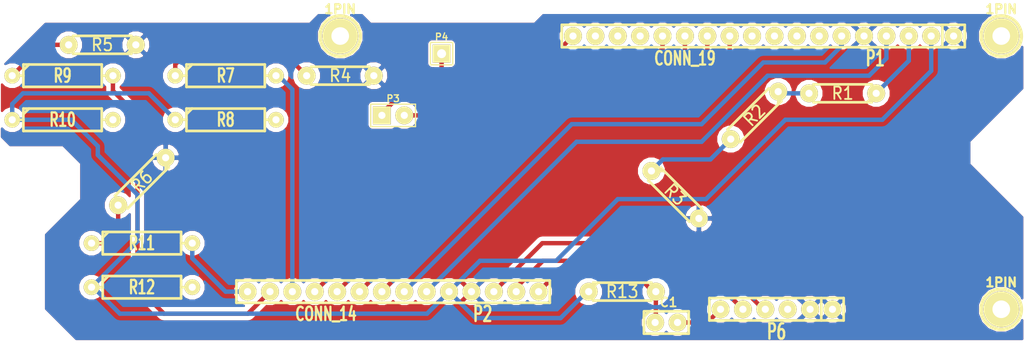
<source format=kicad_pcb>
(kicad_pcb (version 3) (host pcbnew "(2013-07-07 BZR 4022)-stable")

  (general
    (links 35)
    (no_connects 0)
    (area 16.399999 13.063 132.730501 51.81127)
    (thickness 1.6)
    (drawings 26)
    (tracks 107)
    (zones 0)
    (modules 22)
    (nets 24)
  )

  (page USLetter)
  (layers
    (15 F.Cu signal)
    (0 B.Cu signal)
    (16 B.Adhes user)
    (17 F.Adhes user)
    (18 B.Paste user)
    (19 F.Paste user)
    (20 B.SilkS user)
    (21 F.SilkS user)
    (22 B.Mask user)
    (23 F.Mask user)
    (24 Dwgs.User user)
    (25 Cmts.User user)
    (26 Eco1.User user)
    (27 Eco2.User user)
    (28 Edge.Cuts user)
  )

  (setup
    (last_trace_width 0.5)
    (trace_clearance 0.254)
    (zone_clearance 0.508)
    (zone_45_only no)
    (trace_min 0.254)
    (segment_width 0.2)
    (edge_width 0.1)
    (via_size 0.889)
    (via_drill 0.635)
    (via_min_size 0.889)
    (via_min_drill 0.508)
    (uvia_size 0.508)
    (uvia_drill 0.127)
    (uvias_allowed no)
    (uvia_min_size 0.508)
    (uvia_min_drill 0.127)
    (pcb_text_width 0.3)
    (pcb_text_size 1.5 1.5)
    (mod_edge_width 0.15)
    (mod_text_size 1 1)
    (mod_text_width 0.15)
    (pad_size 2.032 2.032)
    (pad_drill 0.8128)
    (pad_to_mask_clearance 0.4064)
    (solder_mask_min_width 0.4064)
    (pad_to_paste_clearance 0.4064)
    (aux_axis_origin 0 0)
    (visible_elements 7FFFFFFF)
    (pcbplotparams
      (layerselection 271613953)
      (usegerberextensions true)
      (excludeedgelayer true)
      (linewidth 0.150000)
      (plotframeref false)
      (viasonmask false)
      (mode 1)
      (useauxorigin false)
      (hpglpennumber 1)
      (hpglpenspeed 20)
      (hpglpendiameter 15)
      (hpglpenoverlay 2)
      (psnegative false)
      (psa4output false)
      (plotreference true)
      (plotvalue true)
      (plotothertext true)
      (plotinvisibletext false)
      (padsonsilk false)
      (subtractmaskfromsilk false)
      (outputformat 1)
      (mirror false)
      (drillshape 0)
      (scaleselection 1)
      (outputdirectory ../../Users/Administrator/Desktop/inter/))
  )

  (net 0 "")
  (net 1 +5V)
  (net 2 /10)
  (net 3 /2)
  (net 4 /3)
  (net 5 /4)
  (net 6 /6)
  (net 7 /7)
  (net 8 /9)
  (net 9 /A2)
  (net 10 /A3)
  (net 11 /BAT)
  (net 12 /DTR)
  (net 13 /R)
  (net 14 /RST)
  (net 15 /RX0)
  (net 16 /TX1)
  (net 17 /Vin)
  (net 18 GND)
  (net 19 N-0000010)
  (net 20 N-0000030)
  (net 21 N-0000031)
  (net 22 N-0000032)
  (net 23 N-0000034)

  (net_class Default "This is the default net class."
    (clearance 0.254)
    (trace_width 0.5)
    (via_dia 0.889)
    (via_drill 0.635)
    (uvia_dia 0.508)
    (uvia_drill 0.127)
    (add_net "")
    (add_net +5V)
    (add_net /10)
    (add_net /2)
    (add_net /3)
    (add_net /4)
    (add_net /6)
    (add_net /7)
    (add_net /9)
    (add_net /A2)
    (add_net /A3)
    (add_net /BAT)
    (add_net /DTR)
    (add_net /R)
    (add_net /RST)
    (add_net /RX0)
    (add_net /TX1)
    (add_net /Vin)
    (add_net GND)
    (add_net N-0000010)
    (add_net N-0000030)
    (add_net N-0000031)
    (add_net N-0000032)
    (add_net N-0000034)
  )

  (module SIL-18 (layer F.Cu) (tedit 53235E88) (tstamp 52E1A086)
    (at 103 17 180)
    (descr "Connecteur 18 pins")
    (tags "CONN DEV")
    (path /52E194F0)
    (solder_mask_margin 0.4064)
    (solder_paste_margin -0.4064)
    (clearance 0.4064)
    (fp_text reference P1 (at -12.7 -2.54 180) (layer F.SilkS)
      (effects (font (size 1.72974 1.08712) (thickness 0.3048)))
    )
    (fp_text value CONN_19 (at 8.89 -2.54 180) (layer F.SilkS)
      (effects (font (size 1.524 1.016) (thickness 0.3048)))
    )
    (fp_line (start -22.86 -1.27) (end 22.86 -1.27) (layer F.SilkS) (width 0.3048))
    (fp_line (start 22.86 -1.27) (end 22.86 1.27) (layer F.SilkS) (width 0.3048))
    (fp_line (start 22.86 1.27) (end -22.86 1.27) (layer F.SilkS) (width 0.3048))
    (fp_line (start -22.86 1.27) (end -22.86 -1.27) (layer F.SilkS) (width 0.3048))
    (fp_line (start -20.32 -1.27) (end -20.32 1.27) (layer F.SilkS) (width 0.3048))
    (pad 1 thru_hole circle (at -21.59 0 180) (size 2.032 2.032) (drill 0.8128)
      (layers *.Cu *.Mask F.SilkS)
      (net 18 GND)
      (solder_mask_margin 0.4064)
      (solder_paste_margin -0.4064)
      (clearance 0.4064)
      (zone_connect 1)
      (thermal_width 0.508)
      (thermal_gap 0.508)
    )
    (pad 2 thru_hole circle (at -19.05 0 180) (size 2.032 2.032) (drill 0.8128)
      (layers *.Cu *.Mask F.SilkS)
      (net 1 +5V)
      (solder_mask_margin 0.4064)
      (solder_paste_margin -0.4064)
      (clearance 0.4064)
      (zone_connect 1)
      (thermal_width 0.508)
      (thermal_gap 0.508)
    )
    (pad 3 thru_hole circle (at -16.51 0 180) (size 2.032 2.032) (drill 0.8128)
      (layers *.Cu *.Mask F.SilkS)
      (net 13 /R)
      (solder_mask_margin 0.4064)
      (solder_paste_margin -0.4064)
      (clearance 0.4064)
      (zone_connect 1)
      (thermal_width 0.508)
      (thermal_gap 0.508)
    )
    (pad 4 thru_hole circle (at -13.97 0 180) (size 2.032 2.032) (drill 0.8128)
      (layers *.Cu *.Mask F.SilkS)
      (net 8 /9)
      (solder_mask_margin 0.4064)
      (solder_paste_margin -0.4064)
      (clearance 0.4064)
      (zone_connect 1)
      (thermal_width 0.508)
      (thermal_gap 0.508)
    )
    (pad 5 thru_hole circle (at -11.43 0 180) (size 2.032 2.032) (drill 0.8128)
      (layers *.Cu *.Mask F.SilkS)
      (net 18 GND)
      (solder_mask_margin 0.4064)
      (solder_paste_margin -0.4064)
      (clearance 0.4064)
      (zone_connect 1)
      (thermal_width 0.508)
      (thermal_gap 0.508)
    )
    (pad 6 thru_hole circle (at -8.89 0 180) (size 2.032 2.032) (drill 0.8128)
      (layers *.Cu *.Mask F.SilkS)
      (net 2 /10)
      (solder_mask_margin 0.4064)
      (solder_paste_margin -0.4064)
      (clearance 0.4064)
      (zone_connect 1)
      (thermal_width 0.508)
      (thermal_gap 0.508)
    )
    (pad 7 thru_hole circle (at -6.35 0 180) (size 2.032 2.032) (drill 0.8128)
      (layers *.Cu *.Mask F.SilkS)
      (solder_mask_margin 0.4064)
      (solder_paste_margin -0.4064)
      (clearance 0.4064)
      (zone_connect 1)
      (thermal_width 0.508)
      (thermal_gap 0.508)
    )
    (pad 8 thru_hole circle (at -3.81 0 180) (size 2.032 2.032) (drill 0.8128)
      (layers *.Cu *.Mask F.SilkS)
      (solder_mask_margin 0.4064)
      (solder_paste_margin -0.4064)
      (clearance 0.4064)
      (zone_connect 1)
      (thermal_width 0.508)
      (thermal_gap 0.508)
    )
    (pad 9 thru_hole circle (at -1.27 0 180) (size 2.032 2.032) (drill 0.8128)
      (layers *.Cu *.Mask F.SilkS)
      (solder_mask_margin 0.4064)
      (solder_paste_margin -0.4064)
      (clearance 0.4064)
      (zone_connect 1)
      (thermal_width 0.508)
      (thermal_gap 0.508)
    )
    (pad 10 thru_hole circle (at 1.27 0 180) (size 2.032 2.032) (drill 0.8128)
      (layers *.Cu *.Mask F.SilkS)
      (solder_mask_margin 0.4064)
      (solder_paste_margin -0.4064)
      (clearance 0.4064)
      (zone_connect 1)
      (thermal_width 0.508)
      (thermal_gap 0.508)
    )
    (pad 11 thru_hole circle (at 3.81 0 180) (size 2.032 2.032) (drill 0.8128)
      (layers *.Cu *.Mask F.SilkS)
      (net 6 /6)
      (solder_mask_margin 0.4064)
      (solder_paste_margin -0.4064)
      (clearance 0.4064)
      (zone_connect 1)
      (thermal_width 0.508)
      (thermal_gap 0.508)
    )
    (pad 12 thru_hole circle (at 6.35 0 180) (size 2.032 2.032) (drill 0.8128)
      (layers *.Cu *.Mask F.SilkS)
      (net 5 /4)
      (solder_mask_margin 0.4064)
      (solder_paste_margin -0.4064)
      (clearance 0.4064)
      (zone_connect 1)
      (thermal_width 0.508)
      (thermal_gap 0.508)
    )
    (pad 13 thru_hole circle (at 8.89 0 180) (size 2.032 2.032) (drill 0.8128)
      (layers *.Cu *.Mask F.SilkS)
      (net 4 /3)
      (solder_mask_margin 0.4064)
      (solder_paste_margin -0.4064)
      (clearance 0.4064)
      (zone_connect 1)
      (thermal_width 0.508)
      (thermal_gap 0.508)
    )
    (pad 14 thru_hole circle (at 11.43 0 180) (size 2.032 2.032) (drill 0.8128)
      (layers *.Cu *.Mask F.SilkS)
      (net 3 /2)
      (solder_mask_margin 0.4064)
      (solder_paste_margin -0.4064)
      (clearance 0.4064)
      (thermal_width 0.508)
      (thermal_gap 0.508)
    )
    (pad 15 thru_hole circle (at 13.97 0 180) (size 2.032 2.032) (drill 0.8128)
      (layers *.Cu *.Mask F.SilkS)
      (solder_mask_margin 0.4064)
      (solder_paste_margin -0.4064)
      (clearance 0.4064)
      (zone_connect 1)
      (thermal_width 0.508)
      (thermal_gap 0.508)
    )
    (pad 16 thru_hole circle (at 16.51 0 180) (size 2.032 2.032) (drill 0.8128)
      (layers *.Cu *.Mask F.SilkS)
      (solder_mask_margin 0.4064)
      (solder_paste_margin -0.4064)
      (clearance 0.4064)
      (zone_connect 1)
      (thermal_width 0.508)
      (thermal_gap 0.508)
    )
    (pad 17 thru_hole circle (at 19.05 0 180) (size 2.032 2.032) (drill 0.8128)
      (layers *.Cu *.Mask F.SilkS)
      (solder_mask_margin 0.4064)
      (solder_paste_margin -0.4064)
      (clearance 0.4064)
      (zone_connect 1)
      (thermal_width 0.508)
      (thermal_gap 0.508)
    )
    (pad 18 thru_hole circle (at 21.59 0 180) (size 2.032 2.032) (drill 0.8128)
      (layers *.Cu *.Mask F.SilkS)
      (net 11 /BAT)
      (solder_mask_margin 0.4064)
      (solder_paste_margin -0.4064)
      (clearance 0.4064)
      (zone_connect 1)
      (thermal_width 0.508)
      (thermal_gap 0.508)
    )
  )

  (module R4-5 (layer F.Cu) (tedit 53235A6A) (tstamp 52DD3D2A)
    (at 42 21.5)
    (path /52DD336B)
    (fp_text reference R7 (at 0 0) (layer F.SilkS)
      (effects (font (size 1.524 1.016) (thickness 0.3048)))
    )
    (fp_text value BTN (at 0 0) (layer F.SilkS) hide
      (effects (font (size 1.524 1.016) (thickness 0.3048)))
    )
    (fp_line (start -4.445 -1.27) (end -4.445 1.27) (layer F.SilkS) (width 0.3048))
    (fp_line (start -4.445 1.27) (end 4.445 1.27) (layer F.SilkS) (width 0.3048))
    (fp_line (start 4.445 1.27) (end 4.445 -1.27) (layer F.SilkS) (width 0.3048))
    (fp_line (start 4.445 -1.27) (end -4.445 -1.27) (layer F.SilkS) (width 0.3048))
    (fp_line (start -4.445 -0.635) (end -3.81 -1.27) (layer F.SilkS) (width 0.3048))
    (fp_line (start -4.445 0) (end -5.715 0) (layer F.SilkS) (width 0.3048))
    (fp_line (start 4.445 0) (end 5.715 0) (layer F.SilkS) (width 0.3048))
    (pad 1 thru_hole circle (at -5.715 0) (size 1.778 1.778) (drill 0.8128)
      (layers *.Cu *.Mask F.SilkS)
      (net 20 N-0000030)
      (solder_mask_margin 0.4064)
      (solder_paste_margin -0.4064)
      (clearance 0.4064)
      (zone_connect 1)
      (thermal_width 0.508)
      (thermal_gap 0.508)
    )
    (pad 2 thru_hole circle (at 5.715 0) (size 1.778 1.778) (drill 0.8128)
      (layers *.Cu *.Mask F.SilkS)
      (net 7 /7)
      (solder_mask_margin 0.4064)
      (solder_paste_margin -0.4064)
      (clearance 0.4064)
      (zone_connect 1)
      (thermal_width 0.508)
      (thermal_gap 0.508)
    )
    (model discret/resistor.wrl
      (at (xyz 0 0 0))
      (scale (xyz 0.45 0.45 0.45))
      (rotate (xyz 0 0 0))
    )
  )

  (module R4-5 (layer F.Cu) (tedit 53235A80) (tstamp 52DD3D37)
    (at 42 26.5)
    (path /52DD3371)
    (fp_text reference R8 (at 0 0) (layer F.SilkS)
      (effects (font (size 1.524 1.016) (thickness 0.3048)))
    )
    (fp_text value BTN (at 0 0) (layer F.SilkS) hide
      (effects (font (size 1.524 1.016) (thickness 0.3048)))
    )
    (fp_line (start -4.445 -1.27) (end -4.445 1.27) (layer F.SilkS) (width 0.3048))
    (fp_line (start -4.445 1.27) (end 4.445 1.27) (layer F.SilkS) (width 0.3048))
    (fp_line (start 4.445 1.27) (end 4.445 -1.27) (layer F.SilkS) (width 0.3048))
    (fp_line (start 4.445 -1.27) (end -4.445 -1.27) (layer F.SilkS) (width 0.3048))
    (fp_line (start -4.445 -0.635) (end -3.81 -1.27) (layer F.SilkS) (width 0.3048))
    (fp_line (start -4.445 0) (end -5.715 0) (layer F.SilkS) (width 0.3048))
    (fp_line (start 4.445 0) (end 5.715 0) (layer F.SilkS) (width 0.3048))
    (pad 1 thru_hole circle (at -5.715 0) (size 1.778 1.778) (drill 0.8128)
      (layers *.Cu *.Mask F.SilkS)
      (net 1 +5V)
      (solder_mask_margin 0.4064)
      (solder_paste_margin -0.4064)
      (clearance 0.4064)
      (thermal_width 0.508)
      (thermal_gap 0.508)
    )
    (pad 2 thru_hole circle (at 5.715 0) (size 1.778 1.778) (drill 0.8128)
      (layers *.Cu *.Mask F.SilkS)
      (solder_mask_margin 0.4064)
      (solder_paste_margin -0.4064)
      (clearance 0.4064)
      (thermal_width 0.508)
      (thermal_gap 0.508)
    )
    (model discret/resistor.wrl
      (at (xyz 0 0 0))
      (scale (xyz 0.45 0.45 0.45))
      (rotate (xyz 0 0 0))
    )
  )

  (module R4-5 (layer F.Cu) (tedit 532359F4) (tstamp 530E1512)
    (at 23.5 21.5)
    (path /52DD38D4)
    (fp_text reference R9 (at 0 0) (layer F.SilkS)
      (effects (font (size 1.524 1.016) (thickness 0.3048)))
    )
    (fp_text value BTN (at 0 0) (layer F.SilkS) hide
      (effects (font (size 1.524 1.016) (thickness 0.3048)))
    )
    (fp_line (start -4.445 -1.27) (end -4.445 1.27) (layer F.SilkS) (width 0.3048))
    (fp_line (start -4.445 1.27) (end 4.445 1.27) (layer F.SilkS) (width 0.3048))
    (fp_line (start 4.445 1.27) (end 4.445 -1.27) (layer F.SilkS) (width 0.3048))
    (fp_line (start 4.445 -1.27) (end -4.445 -1.27) (layer F.SilkS) (width 0.3048))
    (fp_line (start -4.445 -0.635) (end -3.81 -1.27) (layer F.SilkS) (width 0.3048))
    (fp_line (start -4.445 0) (end -5.715 0) (layer F.SilkS) (width 0.3048))
    (fp_line (start 4.445 0) (end 5.715 0) (layer F.SilkS) (width 0.3048))
    (pad 1 thru_hole circle (at -5.715 0) (size 1.778 1.778) (drill 0.8128)
      (layers *.Cu *.Mask F.SilkS)
      (net 23 N-0000034)
      (solder_mask_margin 0.4064)
      (solder_paste_margin -0.4064)
      (clearance 0.4064)
      (zone_connect 1)
      (thermal_width 0.4064)
      (thermal_gap 0.4064)
    )
    (pad 2 thru_hole circle (at 5.715 0) (size 1.778 1.778) (drill 0.8128)
      (layers *.Cu *.Mask F.SilkS)
      (net 10 /A3)
      (solder_mask_margin 0.4064)
      (solder_paste_margin -0.4064)
      (clearance 0.4064)
      (zone_connect 1)
      (thermal_width 0.508)
      (thermal_gap 0.508)
    )
    (model discret/resistor.wrl
      (at (xyz 0 0 0))
      (scale (xyz 0.45 0.45 0.45))
      (rotate (xyz 0 0 0))
    )
  )

  (module R4-5 (layer F.Cu) (tedit 53235A1C) (tstamp 530E152E)
    (at 23.5 26.5)
    (path /52DD38DA)
    (fp_text reference R10 (at 0 0) (layer F.SilkS)
      (effects (font (size 1.524 1.016) (thickness 0.3048)))
    )
    (fp_text value BTN (at 0 0) (layer F.SilkS) hide
      (effects (font (size 1.524 1.016) (thickness 0.3048)))
    )
    (fp_line (start -4.445 -1.27) (end -4.445 1.27) (layer F.SilkS) (width 0.3048))
    (fp_line (start -4.445 1.27) (end 4.445 1.27) (layer F.SilkS) (width 0.3048))
    (fp_line (start 4.445 1.27) (end 4.445 -1.27) (layer F.SilkS) (width 0.3048))
    (fp_line (start 4.445 -1.27) (end -4.445 -1.27) (layer F.SilkS) (width 0.3048))
    (fp_line (start -4.445 -0.635) (end -3.81 -1.27) (layer F.SilkS) (width 0.3048))
    (fp_line (start -4.445 0) (end -5.715 0) (layer F.SilkS) (width 0.3048))
    (fp_line (start 4.445 0) (end 5.715 0) (layer F.SilkS) (width 0.3048))
    (pad 1 thru_hole circle (at -5.715 0) (size 1.778 1.778) (drill 0.8128)
      (layers *.Cu *.Mask F.SilkS)
      (net 1 +5V)
      (solder_mask_margin 0.4064)
      (solder_paste_margin -0.4064)
      (clearance 0.4064)
      (zone_connect 1)
      (thermal_width 0.508)
      (thermal_gap 0.508)
    )
    (pad 2 thru_hole circle (at 5.715 0) (size 1.778 1.778) (drill 0.8128)
      (layers *.Cu *.Mask F.SilkS)
      (solder_mask_margin 0.4064)
      (solder_paste_margin -0.4064)
      (clearance 0.4064)
      (zone_connect 1)
      (thermal_width 0.508)
      (thermal_gap 0.508)
    )
    (model discret/resistor.wrl
      (at (xyz 0 0 0))
      (scale (xyz 0.45 0.45 0.45))
      (rotate (xyz 0 0 0))
    )
  )

  (module R4-5 (layer F.Cu) (tedit 53235B5B) (tstamp 52DD3D5E)
    (at 32.5 45.5)
    (path /52DD38F4)
    (fp_text reference R12 (at 0 0) (layer F.SilkS)
      (effects (font (size 1.524 1.016) (thickness 0.3048)))
    )
    (fp_text value BTN (at 0 0) (layer F.SilkS) hide
      (effects (font (size 1.524 1.016) (thickness 0.3048)))
    )
    (fp_line (start -4.445 -1.27) (end -4.445 1.27) (layer F.SilkS) (width 0.3048))
    (fp_line (start -4.445 1.27) (end 4.445 1.27) (layer F.SilkS) (width 0.3048))
    (fp_line (start 4.445 1.27) (end 4.445 -1.27) (layer F.SilkS) (width 0.3048))
    (fp_line (start 4.445 -1.27) (end -4.445 -1.27) (layer F.SilkS) (width 0.3048))
    (fp_line (start -4.445 -0.635) (end -3.81 -1.27) (layer F.SilkS) (width 0.3048))
    (fp_line (start -4.445 0) (end -5.715 0) (layer F.SilkS) (width 0.3048))
    (fp_line (start 4.445 0) (end 5.715 0) (layer F.SilkS) (width 0.3048))
    (pad 1 thru_hole circle (at -5.715 0) (size 1.778 1.778) (drill 0.8128)
      (layers *.Cu *.Mask F.SilkS)
      (net 1 +5V)
      (solder_mask_margin 0.4064)
      (solder_paste_margin -0.4064)
      (clearance 0.4064)
      (zone_connect 1)
      (thermal_width 0.508)
      (thermal_gap 0.508)
    )
    (pad 2 thru_hole circle (at 5.715 0) (size 1.778 1.778) (drill 0.8128)
      (layers *.Cu *.Mask F.SilkS)
      (solder_mask_margin 0.4064)
      (solder_paste_margin -0.4064)
      (clearance 0.4064)
      (zone_connect 1)
      (thermal_width 0.508)
      (thermal_gap 0.508)
    )
    (model discret/resistor.wrl
      (at (xyz 0 0 0))
      (scale (xyz 0.45 0.45 0.45))
      (rotate (xyz 0 0 0))
    )
  )

  (module R4-5 (layer F.Cu) (tedit 53235B2F) (tstamp 52DD3D6B)
    (at 32.5 40.5)
    (path /52DD3A3B)
    (fp_text reference R11 (at 0 0) (layer F.SilkS)
      (effects (font (size 1.524 1.016) (thickness 0.3048)))
    )
    (fp_text value BTN (at 0 0) (layer F.SilkS) hide
      (effects (font (size 1.524 1.016) (thickness 0.3048)))
    )
    (fp_line (start -4.445 -1.27) (end -4.445 1.27) (layer F.SilkS) (width 0.3048))
    (fp_line (start -4.445 1.27) (end 4.445 1.27) (layer F.SilkS) (width 0.3048))
    (fp_line (start 4.445 1.27) (end 4.445 -1.27) (layer F.SilkS) (width 0.3048))
    (fp_line (start 4.445 -1.27) (end -4.445 -1.27) (layer F.SilkS) (width 0.3048))
    (fp_line (start -4.445 -0.635) (end -3.81 -1.27) (layer F.SilkS) (width 0.3048))
    (fp_line (start -4.445 0) (end -5.715 0) (layer F.SilkS) (width 0.3048))
    (fp_line (start 4.445 0) (end 5.715 0) (layer F.SilkS) (width 0.3048))
    (pad 1 thru_hole circle (at -5.715 0) (size 1.778 1.778) (drill 0.8128)
      (layers *.Cu *.Mask F.SilkS)
      (net 19 N-0000010)
      (solder_mask_margin 0.4064)
      (solder_paste_margin -0.4064)
      (clearance 0.4064)
      (zone_connect 1)
      (thermal_width 0.508)
      (thermal_gap 0.508)
    )
    (pad 2 thru_hole circle (at 5.715 0) (size 1.778 1.778) (drill 0.8128)
      (layers *.Cu *.Mask F.SilkS)
      (net 9 /A2)
      (solder_mask_margin 0.4064)
      (solder_paste_margin -0.4064)
      (clearance 0.4064)
      (zone_connect 1)
      (thermal_width 0.508)
      (thermal_gap 0.508)
    )
    (model discret/resistor.wrl
      (at (xyz 0 0 0))
      (scale (xyz 0.45 0.45 0.45))
      (rotate (xyz 0 0 0))
    )
  )

  (module R3-LARGE_PADS (layer F.Cu) (tedit 53235F1F) (tstamp 52DD3D79)
    (at 93 35 315)
    (descr "Resitance 3 pas")
    (tags R)
    (path /52DD279F)
    (autoplace_cost180 10)
    (fp_text reference R3 (at 0 0 315) (layer F.SilkS)
      (effects (font (size 1.397 1.27) (thickness 0.2032)))
    )
    (fp_text value "22 Omn" (at 0 0 315) (layer F.SilkS) hide
      (effects (font (size 1.397 1.27) (thickness 0.2032)))
    )
    (fp_line (start -3.81 0) (end -3.302 0) (layer F.SilkS) (width 0.3048))
    (fp_line (start 3.81 0) (end 3.302 0) (layer F.SilkS) (width 0.3048))
    (fp_line (start 3.302 0) (end 3.302 -1.016) (layer F.SilkS) (width 0.3048))
    (fp_line (start 3.302 -1.016) (end -3.302 -1.016) (layer F.SilkS) (width 0.3048))
    (fp_line (start -3.302 -1.016) (end -3.302 1.016) (layer F.SilkS) (width 0.3048))
    (fp_line (start -3.302 1.016) (end 3.302 1.016) (layer F.SilkS) (width 0.3048))
    (fp_line (start 3.302 1.016) (end 3.302 0) (layer F.SilkS) (width 0.3048))
    (fp_line (start -3.302 -0.508) (end -2.794 -1.016) (layer F.SilkS) (width 0.3048))
    (pad 1 thru_hole circle (at -3.81 0 315) (size 2.032 2.032) (drill 0.8128)
      (layers *.Cu *.Mask F.SilkS)
      (net 21 N-0000031)
      (solder_mask_margin 0.4064)
      (solder_paste_margin -0.4064)
      (clearance 0.4064)
      (zone_connect 1)
      (thermal_width 0.508)
      (thermal_gap 0.508)
    )
    (pad 2 thru_hole circle (at 3.81 0 315) (size 2.032 2.032) (drill 0.8128)
      (layers *.Cu *.Mask F.SilkS)
      (net 18 GND)
      (solder_mask_margin 0.4064)
      (solder_paste_margin -0.4064)
      (clearance 0.4064)
      (zone_connect 1)
      (thermal_width 0.508)
      (thermal_gap 0.508)
    )
    (model discret/resistor.wrl
      (at (xyz 0 0 0))
      (scale (xyz 0.3 0.3 0.3))
      (rotate (xyz 0 0 0))
    )
  )

  (module R3-LARGE_PADS (layer F.Cu) (tedit 53235EF5) (tstamp 52DD3E43)
    (at 102 26 225)
    (descr "Resitance 3 pas")
    (tags R)
    (path /52DD27A5)
    (autoplace_cost180 10)
    (fp_text reference R2 (at 0 0 225) (layer F.SilkS)
      (effects (font (size 1.397 1.27) (thickness 0.2032)))
    )
    (fp_text value 1K (at 0 0 225) (layer F.SilkS) hide
      (effects (font (size 1.397 1.27) (thickness 0.2032)))
    )
    (fp_line (start -3.81 0) (end -3.302 0) (layer F.SilkS) (width 0.3048))
    (fp_line (start 3.81 0) (end 3.302 0) (layer F.SilkS) (width 0.3048))
    (fp_line (start 3.302 0) (end 3.302 -1.016) (layer F.SilkS) (width 0.3048))
    (fp_line (start 3.302 -1.016) (end -3.302 -1.016) (layer F.SilkS) (width 0.3048))
    (fp_line (start -3.302 -1.016) (end -3.302 1.016) (layer F.SilkS) (width 0.3048))
    (fp_line (start -3.302 1.016) (end 3.302 1.016) (layer F.SilkS) (width 0.3048))
    (fp_line (start 3.302 1.016) (end 3.302 0) (layer F.SilkS) (width 0.3048))
    (fp_line (start -3.302 -0.508) (end -2.794 -1.016) (layer F.SilkS) (width 0.3048))
    (pad 1 thru_hole circle (at -3.81 0 225) (size 2.032 2.032) (drill 0.8128)
      (layers *.Cu *.Mask F.SilkS)
      (net 22 N-0000032)
      (solder_mask_margin 0.4064)
      (solder_paste_margin -0.4064)
      (clearance 0.4064)
      (zone_connect 1)
      (thermal_width 0.508)
      (thermal_gap 0.508)
    )
    (pad 2 thru_hole circle (at 3.81 0 225) (size 2.032 2.032) (drill 0.8128)
      (layers *.Cu *.Mask F.SilkS)
      (net 21 N-0000031)
      (solder_mask_margin 0.4064)
      (solder_paste_margin -0.4064)
      (clearance 0.4064)
      (zone_connect 1)
      (thermal_width 0.508)
      (thermal_gap 0.508)
    )
    (model discret/resistor.wrl
      (at (xyz 0 0 0))
      (scale (xyz 0.3 0.3 0.3))
      (rotate (xyz 0 0 0))
    )
  )

  (module R3-LARGE_PADS (layer F.Cu) (tedit 53235ED0) (tstamp 52DD3D95)
    (at 112 23.5 180)
    (descr "Resitance 3 pas")
    (tags R)
    (path /52DD27AB)
    (autoplace_cost180 10)
    (fp_text reference R1 (at 0 0 180) (layer F.SilkS)
      (effects (font (size 1.397 1.27) (thickness 0.2032)))
    )
    (fp_text value 1K (at 0 0 180) (layer F.SilkS) hide
      (effects (font (size 1.397 1.27) (thickness 0.2032)))
    )
    (fp_line (start -3.81 0) (end -3.302 0) (layer F.SilkS) (width 0.3048))
    (fp_line (start 3.81 0) (end 3.302 0) (layer F.SilkS) (width 0.3048))
    (fp_line (start 3.302 0) (end 3.302 -1.016) (layer F.SilkS) (width 0.3048))
    (fp_line (start 3.302 -1.016) (end -3.302 -1.016) (layer F.SilkS) (width 0.3048))
    (fp_line (start -3.302 -1.016) (end -3.302 1.016) (layer F.SilkS) (width 0.3048))
    (fp_line (start -3.302 1.016) (end 3.302 1.016) (layer F.SilkS) (width 0.3048))
    (fp_line (start 3.302 1.016) (end 3.302 0) (layer F.SilkS) (width 0.3048))
    (fp_line (start -3.302 -0.508) (end -2.794 -1.016) (layer F.SilkS) (width 0.3048))
    (pad 1 thru_hole circle (at -3.81 0 180) (size 2.032 2.032) (drill 0.8128)
      (layers *.Cu *.Mask F.SilkS)
      (net 13 /R)
      (solder_mask_margin 0.4064)
      (solder_paste_margin -0.4064)
      (clearance 0.4064)
      (zone_connect 1)
      (thermal_width 0.508)
      (thermal_gap 0.508)
    )
    (pad 2 thru_hole circle (at 3.81 0 180) (size 2.032 2.032) (drill 0.8128)
      (layers *.Cu *.Mask F.SilkS)
      (net 22 N-0000032)
      (solder_mask_margin 0.4064)
      (solder_paste_margin -0.4064)
      (clearance 0.4064)
      (zone_connect 1)
      (thermal_width 0.508)
      (thermal_gap 0.508)
    )
    (model discret/resistor.wrl
      (at (xyz 0 0 0))
      (scale (xyz 0.3 0.3 0.3))
      (rotate (xyz 0 0 0))
    )
  )

  (module R3-LARGE_PADS (layer F.Cu) (tedit 53235AF8) (tstamp 52DD3DA3)
    (at 55 21.5 180)
    (descr "Resitance 3 pas")
    (tags R)
    (path /52DD2923)
    (autoplace_cost180 10)
    (fp_text reference R4 (at 0 0 180) (layer F.SilkS)
      (effects (font (size 1.397 1.27) (thickness 0.2032)))
    )
    (fp_text value 10K (at 0 0 180) (layer F.SilkS) hide
      (effects (font (size 1.397 1.27) (thickness 0.2032)))
    )
    (fp_line (start -3.81 0) (end -3.302 0) (layer F.SilkS) (width 0.3048))
    (fp_line (start 3.81 0) (end 3.302 0) (layer F.SilkS) (width 0.3048))
    (fp_line (start 3.302 0) (end 3.302 -1.016) (layer F.SilkS) (width 0.3048))
    (fp_line (start 3.302 -1.016) (end -3.302 -1.016) (layer F.SilkS) (width 0.3048))
    (fp_line (start -3.302 -1.016) (end -3.302 1.016) (layer F.SilkS) (width 0.3048))
    (fp_line (start -3.302 1.016) (end 3.302 1.016) (layer F.SilkS) (width 0.3048))
    (fp_line (start 3.302 1.016) (end 3.302 0) (layer F.SilkS) (width 0.3048))
    (fp_line (start -3.302 -0.508) (end -2.794 -1.016) (layer F.SilkS) (width 0.3048))
    (pad 1 thru_hole circle (at -3.81 0 180) (size 2.032 2.032) (drill 0.8128)
      (layers *.Cu *.Mask F.SilkS)
      (net 18 GND)
      (solder_mask_margin 0.4064)
      (solder_paste_margin -0.4064)
      (clearance 0.4064)
      (zone_connect 1)
      (thermal_width 0.508)
      (thermal_gap 0.508)
    )
    (pad 2 thru_hole circle (at 3.81 0 180) (size 2.032 2.032) (drill 0.8128)
      (layers *.Cu *.Mask F.SilkS)
      (net 20 N-0000030)
      (solder_mask_margin 0.4064)
      (solder_paste_margin -0.4064)
      (clearance 0.4064)
      (zone_connect 1)
      (thermal_width 0.508)
      (thermal_gap 0.508)
    )
    (model discret/resistor.wrl
      (at (xyz 0 0 0))
      (scale (xyz 0.3 0.3 0.3))
      (rotate (xyz 0 0 0))
    )
  )

  (module R3-LARGE_PADS (layer F.Cu) (tedit 532359AE) (tstamp 530E14F6)
    (at 28 18 180)
    (descr "Resitance 3 pas")
    (tags R)
    (path /52DD38C9)
    (autoplace_cost180 10)
    (fp_text reference R5 (at 0 0 180) (layer F.SilkS)
      (effects (font (size 1.397 1.27) (thickness 0.2032)))
    )
    (fp_text value 10K (at 0 0 180) (layer F.SilkS) hide
      (effects (font (size 1.397 1.27) (thickness 0.2032)))
    )
    (fp_line (start -3.81 0) (end -3.302 0) (layer F.SilkS) (width 0.3048))
    (fp_line (start 3.81 0) (end 3.302 0) (layer F.SilkS) (width 0.3048))
    (fp_line (start 3.302 0) (end 3.302 -1.016) (layer F.SilkS) (width 0.3048))
    (fp_line (start 3.302 -1.016) (end -3.302 -1.016) (layer F.SilkS) (width 0.3048))
    (fp_line (start -3.302 -1.016) (end -3.302 1.016) (layer F.SilkS) (width 0.3048))
    (fp_line (start -3.302 1.016) (end 3.302 1.016) (layer F.SilkS) (width 0.3048))
    (fp_line (start 3.302 1.016) (end 3.302 0) (layer F.SilkS) (width 0.3048))
    (fp_line (start -3.302 -0.508) (end -2.794 -1.016) (layer F.SilkS) (width 0.3048))
    (pad 1 thru_hole circle (at -3.81 0 180) (size 2.032 2.032) (drill 0.8128)
      (layers *.Cu *.Mask F.SilkS)
      (net 18 GND)
      (solder_mask_margin 0.4064)
      (solder_paste_margin -0.4064)
      (clearance 0.4064)
      (zone_connect 1)
      (thermal_width 0.508)
      (thermal_gap 0.508)
    )
    (pad 2 thru_hole circle (at 3.81 0 180) (size 2.032 2.032) (drill 0.8128)
      (layers *.Cu *.Mask F.SilkS)
      (net 23 N-0000034)
      (solder_mask_margin 0.4064)
      (solder_paste_margin -0.4064)
      (clearance 0.4064)
      (thermal_width 0.508)
      (thermal_gap 0.508)
    )
    (model discret/resistor.wrl
      (at (xyz 0 0 0))
      (scale (xyz 0.3 0.3 0.3))
      (rotate (xyz 0 0 0))
    )
  )

  (module R3-LARGE_PADS (layer F.Cu) (tedit 53235AC7) (tstamp 52DD3DBF)
    (at 32.5 33.5 225)
    (descr "Resitance 3 pas")
    (tags R)
    (path /52DD38E3)
    (autoplace_cost180 10)
    (fp_text reference R6 (at 0 0 225) (layer F.SilkS)
      (effects (font (size 1.397 1.27) (thickness 0.2032)))
    )
    (fp_text value 10K (at 0 0 225) (layer F.SilkS) hide
      (effects (font (size 1.397 1.27) (thickness 0.2032)))
    )
    (fp_line (start -3.81 0) (end -3.302 0) (layer F.SilkS) (width 0.3048))
    (fp_line (start 3.81 0) (end 3.302 0) (layer F.SilkS) (width 0.3048))
    (fp_line (start 3.302 0) (end 3.302 -1.016) (layer F.SilkS) (width 0.3048))
    (fp_line (start 3.302 -1.016) (end -3.302 -1.016) (layer F.SilkS) (width 0.3048))
    (fp_line (start -3.302 -1.016) (end -3.302 1.016) (layer F.SilkS) (width 0.3048))
    (fp_line (start -3.302 1.016) (end 3.302 1.016) (layer F.SilkS) (width 0.3048))
    (fp_line (start 3.302 1.016) (end 3.302 0) (layer F.SilkS) (width 0.3048))
    (fp_line (start -3.302 -0.508) (end -2.794 -1.016) (layer F.SilkS) (width 0.3048))
    (pad 1 thru_hole circle (at -3.81 0 225) (size 2.032 2.032) (drill 0.8128)
      (layers *.Cu *.Mask F.SilkS)
      (net 18 GND)
      (solder_mask_margin 0.4064)
      (solder_paste_margin -0.4064)
      (clearance 0.4064)
      (zone_connect 1)
      (thermal_width 0.508)
      (thermal_gap 0.508)
    )
    (pad 2 thru_hole circle (at 3.81 0 225) (size 2.032 2.032) (drill 0.8128)
      (layers *.Cu *.Mask F.SilkS)
      (net 19 N-0000010)
      (solder_mask_margin 0.4064)
      (solder_paste_margin -0.4064)
      (clearance 0.4064)
      (zone_connect 1)
      (thermal_width 0.508)
      (thermal_gap 0.508)
    )
    (model discret/resistor.wrl
      (at (xyz 0 0 0))
      (scale (xyz 0.3 0.3 0.3))
      (rotate (xyz 0 0 0))
    )
  )

  (module 1pin (layer F.Cu) (tedit 52FE44A5) (tstamp 52DDF5EB)
    (at 55 17)
    (descr "module 1 pin (ou trou mecanique de percage)")
    (tags DEV)
    (path 1pin)
    (fp_text reference 1PIN (at 0 -3.048) (layer F.SilkS)
      (effects (font (size 1.016 1.016) (thickness 0.254)))
    )
    (fp_text value P*** (at 0 2.794) (layer F.SilkS) hide
      (effects (font (size 1.016 1.016) (thickness 0.254)))
    )
    (fp_circle (center 0 0) (end 0 -2.286) (layer F.SilkS) (width 0.381))
    (pad 1 thru_hole circle (at 0 0) (size 4.064 4.064) (drill 2)
      (layers *.Cu *.Mask F.SilkS)
    )
  )

  (module 1pin (layer F.Cu) (tedit 200000) (tstamp 52DDF5F6)
    (at 130 17)
    (descr "module 1 pin (ou trou mecanique de percage)")
    (tags DEV)
    (path 1pin)
    (fp_text reference 1PIN (at 0 -3.048) (layer F.SilkS)
      (effects (font (size 1.016 1.016) (thickness 0.254)))
    )
    (fp_text value P*** (at 0 2.794) (layer F.SilkS) hide
      (effects (font (size 1.016 1.016) (thickness 0.254)))
    )
    (fp_circle (center 0 0) (end 0 -2.286) (layer F.SilkS) (width 0.381))
    (pad 1 thru_hole circle (at 0 0) (size 4.064 4.064) (drill 2)
      (layers *.Cu *.Mask F.SilkS)
    )
  )

  (module 1pin (layer F.Cu) (tedit 200000) (tstamp 52DDF601)
    (at 130 48)
    (descr "module 1 pin (ou trou mecanique de percage)")
    (tags DEV)
    (path 1pin)
    (fp_text reference 1PIN (at 0 -3.048) (layer F.SilkS)
      (effects (font (size 1.016 1.016) (thickness 0.254)))
    )
    (fp_text value P*** (at 0 2.794) (layer F.SilkS) hide
      (effects (font (size 1.016 1.016) (thickness 0.254)))
    )
    (fp_circle (center 0 0) (end 0 -2.286) (layer F.SilkS) (width 0.381))
    (pad 1 thru_hole circle (at 0 0) (size 4.064 4.064) (drill 2)
      (layers *.Cu *.Mask F.SilkS)
    )
  )

  (module SIL-6 (layer F.Cu) (tedit 53236008) (tstamp 52E1938D)
    (at 104.5 48 180)
    (descr "Connecteur 6 pins")
    (tags "CONN DEV")
    (path /52E190A8)
    (fp_text reference P6 (at 0 -2.54 180) (layer F.SilkS)
      (effects (font (size 1.72974 1.08712) (thickness 0.3048)))
    )
    (fp_text value CONN_6 (at 0 -2.54 180) (layer F.SilkS) hide
      (effects (font (size 1.524 1.016) (thickness 0.3048)))
    )
    (fp_line (start -7.62 1.27) (end -7.62 -1.27) (layer F.SilkS) (width 0.3048))
    (fp_line (start -7.62 -1.27) (end 7.62 -1.27) (layer F.SilkS) (width 0.3048))
    (fp_line (start 7.62 -1.27) (end 7.62 1.27) (layer F.SilkS) (width 0.3048))
    (fp_line (start 7.62 1.27) (end -7.62 1.27) (layer F.SilkS) (width 0.3048))
    (fp_line (start -5.08 1.27) (end -5.08 -1.27) (layer F.SilkS) (width 0.3048))
    (pad 1 thru_hole circle (at -6.35 0 180) (size 2.032 2.032) (drill 0.8128)
      (layers *.Cu *.Mask F.SilkS)
      (net 18 GND)
      (solder_mask_margin 0.4064)
      (solder_paste_margin -0.4064)
      (clearance 0.4064)
      (zone_connect 1)
      (thermal_width 0.508)
      (thermal_gap 0.508)
    )
    (pad 2 thru_hole circle (at -3.81 0 180) (size 2.032 2.032) (drill 0.8128)
      (layers *.Cu *.Mask F.SilkS)
      (net 18 GND)
      (solder_mask_margin 0.4064)
      (solder_paste_margin -0.4064)
      (clearance 0.4064)
      (zone_connect 1)
      (thermal_width 0.508)
      (thermal_gap 0.508)
    )
    (pad 3 thru_hole circle (at -1.27 0 180) (size 2.032 2.032) (drill 0.8128)
      (layers *.Cu *.Mask F.SilkS)
      (solder_mask_margin 0.4064)
      (solder_paste_margin -0.4064)
      (clearance 0.4064)
      (zone_connect 1)
      (thermal_width 0.508)
      (thermal_gap 0.508)
    )
    (pad 4 thru_hole circle (at 1.27 0 180) (size 2.032 2.032) (drill 0.8128)
      (layers *.Cu *.Mask F.SilkS)
      (net 16 /TX1)
      (solder_mask_margin 0.4064)
      (solder_paste_margin -0.4064)
      (clearance 0.4064)
      (zone_connect 1)
      (thermal_width 0.508)
      (thermal_gap 0.508)
    )
    (pad 5 thru_hole circle (at 3.81 0 180) (size 2.032 2.032) (drill 0.8128)
      (layers *.Cu *.Mask F.SilkS)
      (net 15 /RX0)
      (solder_mask_margin 0.4064)
      (solder_paste_margin -0.4064)
      (clearance 0.4064)
      (zone_connect 1)
      (thermal_width 0.508)
      (thermal_gap 0.508)
    )
    (pad 6 thru_hole circle (at 6.35 0 180) (size 2.032 2.032) (drill 0.8128)
      (layers *.Cu *.Mask F.SilkS)
      (net 12 /DTR)
      (solder_mask_margin 0.4064)
      (solder_paste_margin -0.4064)
      (clearance 0.4064)
      (zone_connect 1)
      (thermal_width 0.508)
      (thermal_gap 0.508)
    )
  )

  (module PIN_ARRAY_2X1 (layer F.Cu) (tedit 52F2A1B0) (tstamp 52E19397)
    (at 61 26)
    (descr "Connecteurs 2 pins")
    (tags "CONN DEV")
    (path /52DFEF81)
    (fp_text reference P3 (at 0 -1.905) (layer F.SilkS)
      (effects (font (size 0.762 0.762) (thickness 0.1524)))
    )
    (fp_text value CONN_2 (at 0 -1.905) (layer F.SilkS) hide
      (effects (font (size 0.762 0.762) (thickness 0.1524)))
    )
    (fp_line (start -2.54 1.27) (end -2.54 -1.27) (layer F.SilkS) (width 0.1524))
    (fp_line (start -2.54 -1.27) (end 2.54 -1.27) (layer F.SilkS) (width 0.1524))
    (fp_line (start 2.54 -1.27) (end 2.54 1.27) (layer F.SilkS) (width 0.1524))
    (fp_line (start 2.54 1.27) (end -2.54 1.27) (layer F.SilkS) (width 0.1524))
    (pad 1 thru_hole rect (at -1.27 0) (size 2.032 2.032) (drill 0.8128)
      (layers *.Cu *.Mask F.SilkS)
      (net 17 /Vin)
      (solder_mask_margin 0.4064)
      (solder_paste_margin -0.4064)
      (clearance 0.4064)
      (thermal_width 0.508)
      (thermal_gap 0.508)
    )
    (pad 2 thru_hole circle (at 1.27 0) (size 2.032 2.032) (drill 0.8128)
      (layers *.Cu *.Mask F.SilkS)
      (net 11 /BAT)
      (solder_mask_margin 0.4064)
      (solder_paste_margin -0.4064)
      (clearance 0.4064)
      (thermal_width 0.508)
      (thermal_gap 0.508)
    )
    (model pin_array/pins_array_2x1.wrl
      (at (xyz 0 0 0))
      (scale (xyz 1 1 1))
      (rotate (xyz 0 0 0))
    )
  )

  (module PIN_ARRAY_1 (layer F.Cu) (tedit 52F2A1C2) (tstamp 52E193A9)
    (at 66.5 19)
    (descr "1 pin")
    (tags "CONN DEV")
    (path /52DFEFA3)
    (fp_text reference P4 (at 0 -1.905) (layer F.SilkS)
      (effects (font (size 0.762 0.762) (thickness 0.1524)))
    )
    (fp_text value CONN_1 (at 0 -1.905) (layer F.SilkS) hide
      (effects (font (size 0.762 0.762) (thickness 0.1524)))
    )
    (fp_line (start 1.27 1.27) (end -1.27 1.27) (layer F.SilkS) (width 0.1524))
    (fp_line (start -1.27 -1.27) (end 1.27 -1.27) (layer F.SilkS) (width 0.1524))
    (fp_line (start -1.27 1.27) (end -1.27 -1.27) (layer F.SilkS) (width 0.1524))
    (fp_line (start 1.27 -1.27) (end 1.27 1.27) (layer F.SilkS) (width 0.1524))
    (pad 1 thru_hole rect (at 0 0) (size 2.032 2.032) (drill 1.016)
      (layers *.Cu *.Mask F.SilkS)
      (net 17 /Vin)
      (solder_mask_margin 0.4064)
      (solder_paste_margin -0.4064)
      (clearance 0.4064)
      (thermal_width 0.508)
      (thermal_gap 0.508)
    )
    (model pin_array\pin_1.wrl
      (at (xyz 0 0 0))
      (scale (xyz 1 1 1))
      (rotate (xyz 0 0 0))
    )
  )

  (module SIL-14 (layer F.Cu) (tedit 53235D12) (tstamp 532360C3)
    (at 61 46 180)
    (descr "Connecteur 14 pins")
    (tags "CONN DEV")
    (path /52E191A3)
    (fp_text reference P2 (at -10.16 -2.54 180) (layer F.SilkS)
      (effects (font (size 1.72974 1.08712) (thickness 0.3048)))
    )
    (fp_text value CONN_14 (at 7.62 -2.54 180) (layer F.SilkS)
      (effects (font (size 1.524 1.016) (thickness 0.3048)))
    )
    (fp_line (start -17.78 -1.27) (end 17.78 -1.27) (layer F.SilkS) (width 0.3048))
    (fp_line (start 17.78 -1.27) (end 17.78 1.27) (layer F.SilkS) (width 0.3048))
    (fp_line (start 17.78 1.27) (end -17.78 1.27) (layer F.SilkS) (width 0.3048))
    (fp_line (start -17.78 1.27) (end -17.78 -1.27) (layer F.SilkS) (width 0.3048))
    (pad 1 thru_hole circle (at -16.51 0 180) (size 2.032 2.032) (drill 0.8128)
      (layers *.Cu *.Mask F.SilkS)
      (net 14 /RST)
      (solder_mask_margin 0.4064)
      (solder_paste_margin -0.4064)
      (clearance 0.4064)
      (zone_connect 1)
      (thermal_width 0.508)
      (thermal_gap 0.508)
    )
    (pad 2 thru_hole circle (at -13.97 0 180) (size 2.032 2.032) (drill 0.8128)
      (layers *.Cu *.Mask F.SilkS)
      (net 15 /RX0)
      (solder_mask_margin 0.4064)
      (solder_paste_margin -0.4064)
      (clearance 0.4064)
      (zone_connect 1)
      (thermal_width 0.508)
      (thermal_gap 0.508)
    )
    (pad 3 thru_hole circle (at -11.43 0 180) (size 2.032 2.032) (drill 0.8128)
      (layers *.Cu *.Mask F.SilkS)
      (net 16 /TX1)
      (solder_mask_margin 0.4064)
      (solder_paste_margin -0.4064)
      (clearance 0.4064)
      (zone_connect 1)
      (thermal_width 0.508)
      (thermal_gap 0.508)
    )
    (pad 4 thru_hole circle (at -8.89 0 180) (size 2.032 2.032) (drill 0.8128)
      (layers *.Cu *.Mask F.SilkS)
      (net 18 GND)
      (solder_mask_margin 0.4064)
      (solder_paste_margin -0.4064)
      (clearance 0.4064)
      (zone_connect 1)
      (thermal_width 0.508)
      (thermal_gap 0.508)
    )
    (pad 5 thru_hole circle (at -6.35 0 180) (size 2.032 2.032) (drill 0.8128)
      (layers *.Cu *.Mask F.SilkS)
      (net 1 +5V)
      (solder_mask_margin 0.4064)
      (solder_paste_margin -0.4064)
      (clearance 0.4064)
      (zone_connect 1)
      (thermal_width 0.508)
      (thermal_gap 0.508)
    )
    (pad 6 thru_hole circle (at -3.81 0 180) (size 2.032 2.032) (drill 0.8128)
      (layers *.Cu *.Mask F.SilkS)
      (net 8 /9)
      (solder_mask_margin 0.4064)
      (solder_paste_margin -0.4064)
      (clearance 0.4064)
      (zone_connect 1)
      (thermal_width 0.508)
      (thermal_gap 0.508)
    )
    (pad 7 thru_hole circle (at -1.27 0 180) (size 2.032 2.032) (drill 0.8128)
      (layers *.Cu *.Mask F.SilkS)
      (net 2 /10)
      (solder_mask_margin 0.4064)
      (solder_paste_margin -0.4064)
      (clearance 0.4064)
      (zone_connect 1)
      (thermal_width 0.508)
      (thermal_gap 0.508)
    )
    (pad 8 thru_hole circle (at 1.27 0 180) (size 2.032 2.032) (drill 0.8128)
      (layers *.Cu *.Mask F.SilkS)
      (net 6 /6)
      (solder_mask_margin 0.4064)
      (solder_paste_margin -0.4064)
      (clearance 0.4064)
      (zone_connect 1)
      (thermal_width 0.508)
      (thermal_gap 0.508)
    )
    (pad 9 thru_hole circle (at 3.81 0 180) (size 2.032 2.032) (drill 0.8128)
      (layers *.Cu *.Mask F.SilkS)
      (net 5 /4)
      (solder_mask_margin 0.4064)
      (solder_paste_margin -0.4064)
      (clearance 0.4064)
      (zone_connect 1)
      (thermal_width 0.508)
      (thermal_gap 0.508)
    )
    (pad 10 thru_hole circle (at 6.35 0 180) (size 2.032 2.032) (drill 0.8128)
      (layers *.Cu *.Mask F.SilkS)
      (net 4 /3)
      (solder_mask_margin 0.4064)
      (solder_paste_margin -0.4064)
      (clearance 0.4064)
      (zone_connect 1)
      (thermal_width 0.508)
      (thermal_gap 0.508)
    )
    (pad 11 thru_hole circle (at 8.89 0 180) (size 2.032 2.032) (drill 0.8128)
      (layers *.Cu *.Mask F.SilkS)
      (net 3 /2)
      (solder_mask_margin 0.4064)
      (solder_paste_margin -0.4064)
      (clearance 0.4064)
      (zone_connect 1)
      (thermal_width 0.508)
      (thermal_gap 0.508)
    )
    (pad 12 thru_hole circle (at 11.43 0 180) (size 2.032 2.032) (drill 0.8128)
      (layers *.Cu *.Mask F.SilkS)
      (net 7 /7)
      (solder_mask_margin 0.4064)
      (solder_paste_margin -0.4064)
      (clearance 0.4064)
      (zone_connect 1)
      (thermal_width 0.508)
      (thermal_gap 0.508)
    )
    (pad 13 thru_hole circle (at 13.97 0 180) (size 2.032 2.032) (drill 0.8128)
      (layers *.Cu *.Mask F.SilkS)
      (net 10 /A3)
      (solder_mask_margin 0.4064)
      (solder_paste_margin -0.4064)
      (clearance 0.4064)
      (zone_connect 1)
      (thermal_width 0.508)
      (thermal_gap 0.508)
    )
    (pad 14 thru_hole circle (at 16.51 0 180) (size 2.032 2.032) (drill 0.8128)
      (layers *.Cu *.Mask F.SilkS)
      (net 9 /A2)
      (solder_mask_margin 0.4064)
      (solder_paste_margin -0.4064)
      (clearance 0.4064)
      (zone_connect 1)
      (thermal_width 0.508)
      (thermal_gap 0.508)
    )
  )

  (module R3-LARGE_PADS (layer F.Cu) (tedit 53235F50) (tstamp 52FE52F3)
    (at 87 46)
    (descr "Resitance 3 pas")
    (tags R)
    (path /52FE4F86)
    (autoplace_cost180 10)
    (fp_text reference R13 (at 0 0) (layer F.SilkS)
      (effects (font (size 1.397 1.27) (thickness 0.2032)))
    )
    (fp_text value 10K (at 0 0) (layer F.SilkS) hide
      (effects (font (size 1.397 1.27) (thickness 0.2032)))
    )
    (fp_line (start -3.81 0) (end -3.302 0) (layer F.SilkS) (width 0.3048))
    (fp_line (start 3.81 0) (end 3.302 0) (layer F.SilkS) (width 0.3048))
    (fp_line (start 3.302 0) (end 3.302 -1.016) (layer F.SilkS) (width 0.3048))
    (fp_line (start 3.302 -1.016) (end -3.302 -1.016) (layer F.SilkS) (width 0.3048))
    (fp_line (start -3.302 -1.016) (end -3.302 1.016) (layer F.SilkS) (width 0.3048))
    (fp_line (start -3.302 1.016) (end 3.302 1.016) (layer F.SilkS) (width 0.3048))
    (fp_line (start 3.302 1.016) (end 3.302 0) (layer F.SilkS) (width 0.3048))
    (fp_line (start -3.302 -0.508) (end -2.794 -1.016) (layer F.SilkS) (width 0.3048))
    (pad 1 thru_hole circle (at -3.81 0) (size 2.032 2.032) (drill 0.8128)
      (layers *.Cu *.Mask F.SilkS)
      (net 1 +5V)
      (solder_mask_margin 0.4064)
      (solder_paste_margin -0.4064)
      (clearance 0.4064)
      (zone_connect 1)
      (thermal_width 0.508)
      (thermal_gap 0.508)
    )
    (pad 2 thru_hole circle (at 3.81 0) (size 2.032 2.032) (drill 0.8128)
      (layers *.Cu *.Mask F.SilkS)
      (net 14 /RST)
      (solder_mask_margin 0.4064)
      (solder_paste_margin -0.4064)
      (clearance 0.4064)
      (zone_connect 1)
      (thermal_width 0.508)
      (thermal_gap 0.508)
    )
    (model discret/resistor.wrl
      (at (xyz 0 0 0))
      (scale (xyz 0.3 0.3 0.3))
      (rotate (xyz 0 0 0))
    )
  )

  (module C1 (layer F.Cu) (tedit 53235F8E) (tstamp 52FE52FE)
    (at 92 49.5)
    (descr "Condensateur e = 1 pas")
    (tags C)
    (path /52FE4F8E)
    (fp_text reference C1 (at 0.254 -2.286) (layer F.SilkS)
      (effects (font (size 1.016 1.016) (thickness 0.2032)))
    )
    (fp_text value "0.1 uF" (at 0 -2.286) (layer F.SilkS) hide
      (effects (font (size 1.016 1.016) (thickness 0.2032)))
    )
    (fp_line (start -2.4892 -1.27) (end 2.54 -1.27) (layer F.SilkS) (width 0.3048))
    (fp_line (start 2.54 -1.27) (end 2.54 1.27) (layer F.SilkS) (width 0.3048))
    (fp_line (start 2.54 1.27) (end -2.54 1.27) (layer F.SilkS) (width 0.3048))
    (fp_line (start -2.54 1.27) (end -2.54 -1.27) (layer F.SilkS) (width 0.3048))
    (fp_line (start -2.54 -0.635) (end -1.905 -1.27) (layer F.SilkS) (width 0.3048))
    (pad 1 thru_hole circle (at -1.27 0) (size 2.032 2.032) (drill 0.8128)
      (layers *.Cu *.Mask F.SilkS)
      (net 14 /RST)
      (solder_mask_margin 0.4064)
      (solder_paste_margin -0.4064)
      (clearance 0.4064)
      (zone_connect 1)
      (thermal_width 0.508)
      (thermal_gap 0.508)
    )
    (pad 2 thru_hole circle (at 1.27 0) (size 2.032 2.032) (drill 0.8128)
      (layers *.Cu *.Mask F.SilkS)
      (net 12 /DTR)
      (solder_mask_margin 0.4064)
      (solder_paste_margin -0.4064)
      (clearance 0.4064)
      (zone_connect 1)
      (thermal_width 0.508)
      (thermal_gap 0.508)
    )
    (model discret/capa_1_pas.wrl
      (at (xyz 0 0 0))
      (scale (xyz 1 1 1))
      (rotate (xyz 0 0 0))
    )
  )

  (gr_line (start 132.5 23) (end 126.5 29) (angle 90) (layer Eco2.User) (width 0.2))
  (gr_line (start 126.5 31.5) (end 126.5 29) (angle 90) (layer Eco2.User) (width 0.2))
  (gr_line (start 132.5 37.5) (end 126.5 31.5) (angle 90) (layer Eco2.User) (width 0.2))
  (gr_line (start 132.5 23) (end 132.5 14.5) (angle 90) (layer Eco2.User) (width 0.2))
  (gr_line (start 78 14.5) (end 132.5 14.5) (angle 90) (layer Eco2.User) (width 0.2))
  (gr_line (start 78 14.5) (end 77 15.5) (angle 90) (layer Eco2.User) (width 0.2))
  (gr_line (start 77 15.5) (end 58.5 15.5) (angle 90) (layer Eco2.User) (width 0.2))
  (gr_line (start 57.5 14.5) (end 58.5 15.5) (angle 90) (layer Eco2.User) (width 0.2))
  (gr_line (start 52.5 14.5) (end 57.5 14.5) (angle 90) (layer Eco2.User) (width 0.2))
  (gr_line (start 52.5 14.5) (end 51.5 15.5) (angle 90) (layer Eco2.User) (width 0.2))
  (gr_line (start 51.5 15.5) (end 21.5 15.5) (angle 90) (layer Eco2.User) (width 0.2))
  (gr_line (start 16.5 20.5) (end 21.5 15.5) (angle 90) (layer Eco2.User) (width 0.2))
  (gr_line (start 16.5 28.5) (end 16.5 20.5) (angle 90) (layer Eco2.User) (width 0.2))
  (gr_line (start 16.5 28.5) (end 17.5 29.5) (angle 90) (layer Eco2.User) (width 0.2))
  (gr_line (start 132.5 37.5) (end 132.5 51.5) (angle 90) (layer Eco2.User) (width 0.2))
  (gr_line (start 21.5 39.5) (end 21.5 48) (angle 90) (layer Eco2.User) (width 0.2))
  (gr_line (start 23.5 29.5) (end 17.5 29.5) (angle 90) (layer Eco2.User) (width 0.2))
  (gr_line (start 25.5 31.5) (end 23.5 29.5) (angle 90) (layer Eco2.User) (width 0.2))
  (gr_line (start 25.5 35.5) (end 25.5 31.5) (angle 90) (layer Eco2.User) (width 0.2))
  (gr_line (start 21.5 39.5) (end 25.5 35.5) (angle 90) (layer Eco2.User) (width 0.2))
  (gr_line (start 25 51.5) (end 21.5 48) (angle 90) (layer Eco2.User) (width 0.2))
  (gr_line (start 132.5 51.5) (end 25 51.5) (angle 90) (layer Eco2.User) (width 0.2))
  (gr_line (start 130 17) (end 129.5 17) (angle 90) (layer Edge.Cuts) (width 0.1))
  (gr_line (start 130 17) (end 130.5 17) (angle 90) (layer Edge.Cuts) (width 0.1))
  (gr_line (start 130 16.5) (end 130 17.5) (angle 90) (layer Edge.Cuts) (width 0.1))
  (gr_line (start 130 17) (end 130 16.5) (angle 90) (layer Edge.Cuts) (width 0.1))

  (segment (start 83.19 46) (end 83 46) (width 0.5) (layer B.Cu) (net 1))
  (segment (start 70.35 49) (end 67.35 46) (width 0.5) (layer B.Cu) (net 1) (tstamp 530F9E07))
  (segment (start 80 49) (end 70.35 49) (width 0.5) (layer B.Cu) (net 1) (tstamp 530F9E04))
  (segment (start 83 46) (end 80 49) (width 0.5) (layer B.Cu) (net 1) (tstamp 530F9E03))
  (segment (start 26.785 45.5) (end 27 45.5) (width 0.5) (layer B.Cu) (net 1))
  (segment (start 64.85 48.5) (end 67.35 46) (width 0.5) (layer B.Cu) (net 1) (tstamp 530F9DFE))
  (segment (start 30 48.5) (end 64.85 48.5) (width 0.5) (layer B.Cu) (net 1) (tstamp 530F9DF8))
  (segment (start 27 45.5) (end 30 48.5) (width 0.5) (layer B.Cu) (net 1) (tstamp 530F9DF6))
  (segment (start 17.785 26.5) (end 24.5 26.5) (width 0.5) (layer B.Cu) (net 1))
  (segment (start 32 40.285) (end 26.785 45.5) (width 0.5) (layer B.Cu) (net 1) (tstamp 530F9DEE))
  (segment (start 32 35) (end 32 40.285) (width 0.5) (layer B.Cu) (net 1) (tstamp 530F9DEC))
  (segment (start 27.5 30.5) (end 32 35) (width 0.5) (layer B.Cu) (net 1) (tstamp 530F9DE8))
  (segment (start 27.5 29.5) (end 27.5 30.5) (width 0.5) (layer B.Cu) (net 1) (tstamp 530F9DE6))
  (segment (start 24.5 26.5) (end 27.5 29.5) (width 0.5) (layer B.Cu) (net 1) (tstamp 530F9DE1))
  (segment (start 17.785 26.5) (end 17.785 24.715) (width 0.5) (layer B.Cu) (net 1))
  (segment (start 33.285 23.5) (end 36.285 26.5) (width 0.5) (layer B.Cu) (net 1) (tstamp 530F9DDB))
  (segment (start 19 23.5) (end 33.285 23.5) (width 0.5) (layer B.Cu) (net 1) (tstamp 530F9DDA))
  (segment (start 17.785 24.715) (end 19 23.5) (width 0.5) (layer B.Cu) (net 1) (tstamp 530F9DD6))
  (segment (start 122.05 17) (end 122.05 20.95) (width 0.5) (layer B.Cu) (net 1))
  (segment (start 122.05 20.95) (end 116.5 26.5) (width 0.5) (layer B.Cu) (net 1) (tstamp 530F9D60))
  (segment (start 116.5 26.5) (end 105.5 26.5) (width 0.5) (layer B.Cu) (net 1) (tstamp 530F9D66))
  (segment (start 105.5 26.5) (end 96.5 35.5) (width 0.5) (layer B.Cu) (net 1) (tstamp 530F9D68))
  (segment (start 96.5 35.5) (end 86.5 35.5) (width 0.5) (layer B.Cu) (net 1) (tstamp 530F9D6A))
  (segment (start 86.5 35.5) (end 79.5 42.5) (width 0.5) (layer B.Cu) (net 1) (tstamp 530F9D6C))
  (segment (start 79.5 42.5) (end 70.85 42.5) (width 0.5) (layer B.Cu) (net 1) (tstamp 530F9D71))
  (segment (start 70.85 42.5) (end 67.35 46) (width 0.5) (layer B.Cu) (net 1) (tstamp 530F9D73))
  (segment (start 111.89 17) (end 111.89 18.11) (width 0.5) (layer B.Cu) (net 2))
  (segment (start 81.27 27) (end 62.27 46) (width 0.5) (layer B.Cu) (net 2) (tstamp 530F9E20))
  (segment (start 96 27) (end 81.27 27) (width 0.5) (layer B.Cu) (net 2) (tstamp 530F9E1D))
  (segment (start 103 20) (end 96 27) (width 0.5) (layer B.Cu) (net 2) (tstamp 530F9E19))
  (segment (start 110 20) (end 103 20) (width 0.5) (layer B.Cu) (net 2) (tstamp 530F9E18))
  (segment (start 111.89 18.11) (end 110 20) (width 0.5) (layer B.Cu) (net 2) (tstamp 530F9E16))
  (segment (start 91.57 17) (end 91.57 18.43) (width 0.5) (layer F.Cu) (net 3))
  (segment (start 78.11 20) (end 52.11 46) (width 0.5) (layer F.Cu) (net 3) (tstamp 52F8E1C5))
  (segment (start 90 20) (end 78.11 20) (width 0.5) (layer F.Cu) (net 3) (tstamp 52F8E1C4))
  (segment (start 91.57 18.43) (end 90 20) (width 0.5) (layer F.Cu) (net 3) (tstamp 52F8E1C2))
  (segment (start 94.11 17) (end 94.11 20.39) (width 0.5) (layer F.Cu) (net 4))
  (segment (start 79.15 21.5) (end 54.65 46) (width 0.5) (layer F.Cu) (net 4) (tstamp 52F8E1B8))
  (segment (start 93 21.5) (end 79.15 21.5) (width 0.5) (layer F.Cu) (net 4) (tstamp 52F8E1B7))
  (segment (start 94.11 20.39) (end 93 21.5) (width 0.5) (layer F.Cu) (net 4) (tstamp 52F8E1B4))
  (segment (start 96.65 17) (end 96.65 20.85) (width 0.5) (layer F.Cu) (net 5))
  (segment (start 80.19 23) (end 57.19 46) (width 0.5) (layer F.Cu) (net 5) (tstamp 52F8E1AF))
  (segment (start 94.5 23) (end 80.19 23) (width 0.5) (layer F.Cu) (net 5) (tstamp 52F8E1AD))
  (segment (start 96.65 20.85) (end 94.5 23) (width 0.5) (layer F.Cu) (net 5) (tstamp 52F8E1A9))
  (segment (start 99.19 17) (end 99.19 20.81) (width 0.5) (layer F.Cu) (net 6))
  (segment (start 81.23 24.5) (end 59.73 46) (width 0.5) (layer F.Cu) (net 6) (tstamp 52F8E1A2))
  (segment (start 95.5 24.5) (end 81.23 24.5) (width 0.5) (layer F.Cu) (net 6) (tstamp 52F8E19D))
  (segment (start 99.19 20.81) (end 95.5 24.5) (width 0.5) (layer F.Cu) (net 6) (tstamp 52F8E199))
  (segment (start 47.715 21.5) (end 48 21.5) (width 0.5) (layer B.Cu) (net 7))
  (segment (start 49.57 23.07) (end 49.57 46) (width 0.5) (layer B.Cu) (net 7) (tstamp 530F9DB5))
  (segment (start 48 21.5) (end 49.57 23.07) (width 0.5) (layer B.Cu) (net 7) (tstamp 530F9DB1))
  (segment (start 116.97 17) (end 116.97 19.53) (width 0.5) (layer B.Cu) (net 8))
  (segment (start 81.81 29) (end 64.81 46) (width 0.5) (layer B.Cu) (net 8) (tstamp 530F9D95))
  (segment (start 96 29) (end 81.81 29) (width 0.5) (layer B.Cu) (net 8) (tstamp 530F9D92))
  (segment (start 103.5 21.5) (end 96 29) (width 0.5) (layer B.Cu) (net 8) (tstamp 530F9D8D))
  (segment (start 115 21.5) (end 103.5 21.5) (width 0.5) (layer B.Cu) (net 8) (tstamp 530F9D8A))
  (segment (start 116.97 19.53) (end 115 21.5) (width 0.5) (layer B.Cu) (net 8) (tstamp 530F9D88))
  (segment (start 38.215 40.5) (end 38.215 42.215) (width 0.5) (layer B.Cu) (net 9))
  (segment (start 42 46) (end 44.49 46) (width 0.5) (layer B.Cu) (net 9) (tstamp 530F9E3D))
  (segment (start 38.215 42.215) (end 42 46) (width 0.5) (layer B.Cu) (net 9) (tstamp 530F9E38))
  (segment (start 29.215 21.5) (end 29.215 23.215) (width 0.5) (layer F.Cu) (net 10))
  (segment (start 44.53 48.5) (end 47.03 46) (width 0.5) (layer F.Cu) (net 10) (tstamp 52F8E61D))
  (segment (start 35 48.5) (end 44.53 48.5) (width 0.5) (layer F.Cu) (net 10) (tstamp 52F8E61B))
  (segment (start 32 45.5) (end 35 48.5) (width 0.5) (layer F.Cu) (net 10) (tstamp 52F8E615))
  (segment (start 32 26) (end 32 45.5) (width 0.5) (layer F.Cu) (net 10) (tstamp 52F8E611))
  (segment (start 29.215 23.215) (end 32 26) (width 0.5) (layer F.Cu) (net 10) (tstamp 52F8E60D))
  (segment (start 62.27 26) (end 67 26) (width 0.5) (layer F.Cu) (net 11))
  (segment (start 79.91 18.5) (end 81.41 17) (width 0.5) (layer F.Cu) (net 11) (tstamp 52F8E1CF))
  (segment (start 74.5 18.5) (end 79.91 18.5) (width 0.5) (layer F.Cu) (net 11) (tstamp 52F8E1CD))
  (segment (start 67 26) (end 74.5 18.5) (width 0.5) (layer F.Cu) (net 11) (tstamp 52F8E1CB))
  (segment (start 93.27 49.5) (end 96.65 49.5) (width 0.5) (layer F.Cu) (net 12))
  (segment (start 96.65 49.5) (end 98.15 48) (width 0.5) (layer F.Cu) (net 12) (tstamp 52FE53D2))
  (segment (start 119.51 17) (end 119.51 19.8) (width 0.5) (layer B.Cu) (net 13))
  (segment (start 119.51 19.8) (end 115.81 23.5) (width 0.5) (layer B.Cu) (net 13) (tstamp 530F9D77))
  (segment (start 90.81 46) (end 90.81 49.42) (width 0.5) (layer F.Cu) (net 14))
  (segment (start 90.81 49.42) (end 90.73 49.5) (width 0.5) (layer F.Cu) (net 14) (tstamp 52FE53CF))
  (segment (start 90.81 46) (end 90.5 46) (width 0.5) (layer F.Cu) (net 14))
  (segment (start 79.51 44) (end 77.51 46) (width 0.5) (layer F.Cu) (net 14) (tstamp 52FE53BB))
  (segment (start 88.5 44) (end 79.51 44) (width 0.5) (layer F.Cu) (net 14) (tstamp 52FE53B9))
  (segment (start 90.5 46) (end 88.5 44) (width 0.5) (layer F.Cu) (net 14) (tstamp 52FE53B8))
  (segment (start 74.97 46) (end 74.97 45.53) (width 0.5) (layer F.Cu) (net 15))
  (segment (start 95.19 42.5) (end 100.69 48) (width 0.5) (layer F.Cu) (net 15) (tstamp 52FE53DE))
  (segment (start 78 42.5) (end 95.19 42.5) (width 0.5) (layer F.Cu) (net 15) (tstamp 52FE53DC))
  (segment (start 74.97 45.53) (end 78 42.5) (width 0.5) (layer F.Cu) (net 15) (tstamp 52FE53DB))
  (segment (start 103.23 48) (end 103 48) (width 0.5) (layer F.Cu) (net 16))
  (segment (start 77.93 40.5) (end 72.43 46) (width 0.5) (layer F.Cu) (net 16) (tstamp 52FE53E5))
  (segment (start 95.5 40.5) (end 77.93 40.5) (width 0.5) (layer F.Cu) (net 16) (tstamp 52FE53E3))
  (segment (start 103 48) (end 95.5 40.5) (width 0.5) (layer F.Cu) (net 16) (tstamp 52FE53E2))
  (segment (start 59.73 26) (end 59.73 25.77) (width 0.5) (layer F.Cu) (net 17))
  (segment (start 66.5 22) (end 66.5 19) (width 0.5) (layer F.Cu) (net 17) (tstamp 52E19705))
  (segment (start 65 23.5) (end 66.5 22) (width 0.5) (layer F.Cu) (net 17) (tstamp 52E19704))
  (segment (start 62 23.5) (end 65 23.5) (width 0.5) (layer F.Cu) (net 17) (tstamp 52E19702))
  (segment (start 59.73 25.77) (end 62 23.5) (width 0.5) (layer F.Cu) (net 17) (tstamp 52E196FA))
  (segment (start 29.805923 36.194077) (end 29.805923 39.194077) (width 0.5) (layer F.Cu) (net 19))
  (segment (start 28.5 40.5) (end 26.785 40.5) (width 0.5) (layer F.Cu) (net 19) (tstamp 52E19B6B))
  (segment (start 29.805923 39.194077) (end 28.5 40.5) (width 0.5) (layer F.Cu) (net 19) (tstamp 52E19B66))
  (segment (start 36.285 21.5) (end 36.285 20.215) (width 0.5) (layer F.Cu) (net 20))
  (segment (start 48.69 19) (end 51.19 21.5) (width 0.5) (layer F.Cu) (net 20) (tstamp 52DD5735))
  (segment (start 37.5 19) (end 48.69 19) (width 0.5) (layer F.Cu) (net 20) (tstamp 52DD572A))
  (segment (start 36.285 20.215) (end 37.5 19) (width 0.5) (layer F.Cu) (net 20) (tstamp 52DD5728))
  (segment (start 99.305923 28.694077) (end 97 31) (width 0.5) (layer B.Cu) (net 21))
  (segment (start 91.611846 31) (end 90.305923 32.305923) (width 0.5) (layer B.Cu) (net 21) (tstamp 530F9D82))
  (segment (start 97 31) (end 91.611846 31) (width 0.5) (layer B.Cu) (net 21) (tstamp 530F9D7F))
  (segment (start 108.19 23.5) (end 104.888154 23.5) (width 0.5) (layer B.Cu) (net 22))
  (segment (start 104.888154 23.5) (end 104.694077 23.305923) (width 0.5) (layer B.Cu) (net 22) (tstamp 530F9D7C))
  (segment (start 24.19 18) (end 21.285 18) (width 0.5) (layer F.Cu) (net 23))
  (segment (start 21.285 18) (end 17.785 21.5) (width 0.5) (layer F.Cu) (net 23) (tstamp 52DD5410))

  (zone (net 18) (net_name GND) (layer F.Cu) (tstamp 5303B056) (hatch edge 0.508)
    (connect_pads (clearance 0.508))
    (min_thickness 0.254)
    (fill (arc_segments 16) (thermal_gap 0.508) (thermal_bridge_width 0.508))
    (polygon
      (pts
        (xy 126.5 31.5) (xy 126.5 29) (xy 132.5 23) (xy 132.5 14.5) (xy 78 14.5)
        (xy 77 15.5) (xy 58.5 15.5) (xy 57.5 14.5) (xy 52.5 14.5) (xy 51.5 15.5)
        (xy 21.5 15.5) (xy 16.5 20.5) (xy 16.5 28.5) (xy 17.5 29.5) (xy 23.5 29.5)
        (xy 25.5 31.5) (xy 25.5 35.5) (xy 21.5 39.5) (xy 21.5 48) (xy 25 51.5)
        (xy 132.5 51.5) (xy 132.5 37.5) (xy 126.5 31.5)
      )
    )
    (filled_polygon
      (pts
        (xy 132.373 51.373) (xy 126.251816 51.373) (xy 126.251816 17.268358) (xy 126.228014 16.611981) (xy 126.022622 16.11612)
        (xy 125.754107 16.015498) (xy 125.574502 16.195103) (xy 125.574502 15.835893) (xy 125.47388 15.567378) (xy 124.858358 15.338184)
        (xy 124.201981 15.361986) (xy 123.70612 15.567378) (xy 123.605498 15.835893) (xy 124.59 16.820395) (xy 125.574502 15.835893)
        (xy 125.574502 16.195103) (xy 124.769605 17) (xy 125.754107 17.984502) (xy 126.022622 17.88388) (xy 126.251816 17.268358)
        (xy 126.251816 51.373) (xy 125.574502 51.373) (xy 125.574502 18.164107) (xy 124.59 17.179605) (xy 124.410395 17.35921)
        (xy 124.410395 17) (xy 123.425893 16.015498) (xy 123.407083 16.022546) (xy 122.986437 15.601166) (xy 122.379845 15.349287)
        (xy 121.723037 15.348714) (xy 121.116005 15.599534) (xy 120.779821 15.935132) (xy 120.446437 15.601166) (xy 119.839845 15.349287)
        (xy 119.183037 15.348714) (xy 118.576005 15.599534) (xy 118.239821 15.935132) (xy 117.906437 15.601166) (xy 117.299845 15.349287)
        (xy 116.643037 15.348714) (xy 116.036005 15.599534) (xy 115.612434 16.022366) (xy 115.594107 16.015498) (xy 115.414502 16.195103)
        (xy 115.414502 15.835893) (xy 115.31388 15.567378) (xy 114.698358 15.338184) (xy 114.041981 15.361986) (xy 113.54612 15.567378)
        (xy 113.445498 15.835893) (xy 114.43 16.820395) (xy 115.414502 15.835893) (xy 115.414502 16.195103) (xy 114.609605 17)
        (xy 115.594107 17.984502) (xy 115.612916 17.977453) (xy 116.033563 18.398834) (xy 116.640155 18.650713) (xy 117.296963 18.651286)
        (xy 117.903995 18.400466) (xy 118.240178 18.064867) (xy 118.573563 18.398834) (xy 119.180155 18.650713) (xy 119.836963 18.651286)
        (xy 120.443995 18.400466) (xy 120.780178 18.064867) (xy 121.113563 18.398834) (xy 121.720155 18.650713) (xy 122.376963 18.651286)
        (xy 122.983995 18.400466) (xy 123.407565 17.977633) (xy 123.425893 17.984502) (xy 124.410395 17) (xy 124.410395 17.35921)
        (xy 123.605498 18.164107) (xy 123.70612 18.432622) (xy 124.321642 18.661816) (xy 124.978019 18.638014) (xy 125.47388 18.432622)
        (xy 125.574502 18.164107) (xy 125.574502 51.373) (xy 117.461286 51.373) (xy 117.461286 23.173037) (xy 117.210466 22.566005)
        (xy 116.746437 22.101166) (xy 116.139845 21.849287) (xy 115.483037 21.848714) (xy 115.414502 21.877032) (xy 115.414502 18.164107)
        (xy 114.43 17.179605) (xy 114.250395 17.35921) (xy 114.250395 17) (xy 113.265893 16.015498) (xy 113.247083 16.022546)
        (xy 112.826437 15.601166) (xy 112.219845 15.349287) (xy 111.563037 15.348714) (xy 110.956005 15.599534) (xy 110.619821 15.935132)
        (xy 110.286437 15.601166) (xy 109.679845 15.349287) (xy 109.023037 15.348714) (xy 108.416005 15.599534) (xy 108.079821 15.935132)
        (xy 107.746437 15.601166) (xy 107.139845 15.349287) (xy 106.483037 15.348714) (xy 105.876005 15.599534) (xy 105.539821 15.935132)
        (xy 105.206437 15.601166) (xy 104.599845 15.349287) (xy 103.943037 15.348714) (xy 103.336005 15.599534) (xy 102.999821 15.935132)
        (xy 102.666437 15.601166) (xy 102.059845 15.349287) (xy 101.403037 15.348714) (xy 100.796005 15.599534) (xy 100.459821 15.935132)
        (xy 100.126437 15.601166) (xy 99.519845 15.349287) (xy 98.863037 15.348714) (xy 98.256005 15.599534) (xy 97.919821 15.935132)
        (xy 97.586437 15.601166) (xy 96.979845 15.349287) (xy 96.323037 15.348714) (xy 95.716005 15.599534) (xy 95.379821 15.935132)
        (xy 95.046437 15.601166) (xy 94.439845 15.349287) (xy 93.783037 15.348714) (xy 93.176005 15.599534) (xy 92.839821 15.935132)
        (xy 92.506437 15.601166) (xy 91.899845 15.349287) (xy 91.243037 15.348714) (xy 90.636005 15.599534) (xy 90.299821 15.935132)
        (xy 89.966437 15.601166) (xy 89.359845 15.349287) (xy 88.703037 15.348714) (xy 88.096005 15.599534) (xy 87.759821 15.935132)
        (xy 87.426437 15.601166) (xy 86.819845 15.349287) (xy 86.163037 15.348714) (xy 85.556005 15.599534) (xy 85.219821 15.935132)
        (xy 84.886437 15.601166) (xy 84.279845 15.349287) (xy 83.623037 15.348714) (xy 83.016005 15.599534) (xy 82.679821 15.935132)
        (xy 82.346437 15.601166) (xy 81.739845 15.349287) (xy 81.083037 15.348714) (xy 80.476005 15.599534) (xy 80.011166 16.063563)
        (xy 79.759287 16.670155) (xy 79.758714 17.326963) (xy 79.779982 17.378437) (xy 79.54342 17.615) (xy 74.5 17.615)
        (xy 74.499999 17.615) (xy 74.161325 17.682367) (xy 73.87421 17.87421) (xy 73.874207 17.874213) (xy 66.63342 25.115)
        (xy 63.69071 25.115) (xy 63.670466 25.066005) (xy 63.206437 24.601166) (xy 62.685851 24.385) (xy 64.999994 24.385)
        (xy 65 24.385001) (xy 65 24.385) (xy 65.282484 24.32881) (xy 65.338674 24.317633) (xy 65.338675 24.317633)
        (xy 65.62579 24.12579) (xy 67.125786 22.625792) (xy 67.125789 22.62579) (xy 67.12579 22.62579) (xy 67.317633 22.338675)
        (xy 67.385 22) (xy 67.385 20.65111) (xy 67.641755 20.65111) (xy 67.875229 20.554641) (xy 68.054013 20.376168)
        (xy 68.150889 20.142864) (xy 68.15111 19.890245) (xy 68.15111 17.858245) (xy 68.054641 17.624771) (xy 67.876168 17.445987)
        (xy 67.642864 17.349111) (xy 67.390245 17.34889) (xy 65.358245 17.34889) (xy 65.124771 17.445359) (xy 64.945987 17.623832)
        (xy 64.849111 17.857136) (xy 64.84889 18.109755) (xy 64.84889 20.141755) (xy 64.945359 20.375229) (xy 65.123832 20.554013)
        (xy 65.357136 20.650889) (xy 65.609755 20.65111) (xy 65.615 20.65111) (xy 65.615 21.63342) (xy 64.63342 22.615)
        (xy 62 22.615) (xy 61.999999 22.615) (xy 61.661325 22.682367) (xy 61.37421 22.87421) (xy 61.374207 22.874213)
        (xy 60.471816 23.776604) (xy 60.471816 21.768358) (xy 60.448014 21.111981) (xy 60.242622 20.61612) (xy 59.974107 20.515498)
        (xy 59.794502 20.695103) (xy 59.794502 20.335893) (xy 59.69388 20.067378) (xy 59.078358 19.838184) (xy 58.421981 19.861986)
        (xy 57.92612 20.067378) (xy 57.825498 20.335893) (xy 58.81 21.320395) (xy 59.794502 20.335893) (xy 59.794502 20.695103)
        (xy 58.989605 21.5) (xy 59.974107 22.484502) (xy 60.242622 22.38388) (xy 60.471816 21.768358) (xy 60.471816 23.776604)
        (xy 59.89953 24.34889) (xy 59.794502 24.34889) (xy 59.794502 22.664107) (xy 58.81 21.679605) (xy 58.630395 21.85921)
        (xy 58.630395 21.5) (xy 57.645893 20.515498) (xy 57.377378 20.61612) (xy 57.148184 21.231642) (xy 57.171986 21.888019)
        (xy 57.377378 22.38388) (xy 57.645893 22.484502) (xy 58.630395 21.5) (xy 58.630395 21.85921) (xy 57.825498 22.664107)
        (xy 57.92612 22.932622) (xy 58.541642 23.161816) (xy 59.198019 23.138014) (xy 59.69388 22.932622) (xy 59.794502 22.664107)
        (xy 59.794502 24.34889) (xy 58.588245 24.34889) (xy 58.354771 24.445359) (xy 58.175987 24.623832) (xy 58.079111 24.857136)
        (xy 58.07889 25.109755) (xy 58.07889 27.141755) (xy 58.175359 27.375229) (xy 58.353832 27.554013) (xy 58.587136 27.650889)
        (xy 58.839755 27.65111) (xy 60.871755 27.65111) (xy 61.105229 27.554641) (xy 61.284013 27.376168) (xy 61.291922 27.35712)
        (xy 61.333563 27.398834) (xy 61.940155 27.650713) (xy 62.596963 27.651286) (xy 63.203995 27.400466) (xy 63.668834 26.936437)
        (xy 63.690192 26.885) (xy 66.999994 26.885) (xy 67 26.885001) (xy 67 26.885) (xy 67.282484 26.82881)
        (xy 67.338674 26.817633) (xy 67.338675 26.817633) (xy 67.62579 26.62579) (xy 74.866579 19.385) (xy 77.47342 19.385)
        (xy 52.841286 44.017133) (xy 52.841286 21.173037) (xy 52.590466 20.566005) (xy 52.126437 20.101166) (xy 51.519845 19.849287)
        (xy 50.863037 19.848714) (xy 50.811562 19.869982) (xy 49.31579 18.37421) (xy 49.028675 18.182367) (xy 48.972484 18.171189)
        (xy 48.69 18.114999) (xy 48.689994 18.115) (xy 37.5 18.115) (xy 37.161325 18.182367) (xy 36.87421 18.37421)
        (xy 36.874207 18.374213) (xy 35.65921 19.58921) (xy 35.467367 19.876325) (xy 35.456189 19.932515) (xy 35.399999 20.215)
        (xy 35.4 20.215005) (xy 35.4 20.230075) (xy 34.99377 20.635597) (xy 34.761266 21.195528) (xy 34.760737 21.801812)
        (xy 34.992263 22.362148) (xy 35.420597 22.79123) (xy 35.980528 23.023734) (xy 36.586812 23.024263) (xy 37.147148 22.792737)
        (xy 37.57623 22.364403) (xy 37.808734 21.804472) (xy 37.809263 21.198188) (xy 37.577737 20.637852) (xy 37.345934 20.405644)
        (xy 37.866579 19.885) (xy 48.32342 19.885) (xy 49.559616 21.121195) (xy 49.539287 21.170155) (xy 49.538714 21.826963)
        (xy 49.789534 22.433995) (xy 50.253563 22.898834) (xy 50.860155 23.150713) (xy 51.516963 23.151286) (xy 52.123995 22.900466)
        (xy 52.588834 22.436437) (xy 52.840713 21.829845) (xy 52.841286 21.173037) (xy 52.841286 44.017133) (xy 52.488803 44.369616)
        (xy 52.439845 44.349287) (xy 51.783037 44.348714) (xy 51.176005 44.599534) (xy 50.839821 44.935132) (xy 50.506437 44.601166)
        (xy 49.899845 44.349287) (xy 49.243037 44.348714) (xy 49.239263 44.350273) (xy 49.239263 26.198188) (xy 49.239263 21.198188)
        (xy 49.007737 20.637852) (xy 48.579403 20.20877) (xy 48.019472 19.976266) (xy 47.413188 19.975737) (xy 46.852852 20.207263)
        (xy 46.42377 20.635597) (xy 46.191266 21.195528) (xy 46.190737 21.801812) (xy 46.422263 22.362148) (xy 46.850597 22.79123)
        (xy 47.410528 23.023734) (xy 48.016812 23.024263) (xy 48.577148 22.792737) (xy 49.00623 22.364403) (xy 49.238734 21.804472)
        (xy 49.239263 21.198188) (xy 49.239263 26.198188) (xy 49.007737 25.637852) (xy 48.579403 25.20877) (xy 48.019472 24.976266)
        (xy 47.413188 24.975737) (xy 46.852852 25.207263) (xy 46.42377 25.635597) (xy 46.191266 26.195528) (xy 46.190737 26.801812)
        (xy 46.422263 27.362148) (xy 46.850597 27.79123) (xy 47.410528 28.023734) (xy 48.016812 28.024263) (xy 48.577148 27.792737)
        (xy 49.00623 27.364403) (xy 49.238734 26.804472) (xy 49.239263 26.198188) (xy 49.239263 44.350273) (xy 48.636005 44.599534)
        (xy 48.299821 44.935132) (xy 47.966437 44.601166) (xy 47.359845 44.349287) (xy 46.703037 44.348714) (xy 46.096005 44.599534)
        (xy 45.759821 44.935132) (xy 45.426437 44.601166) (xy 44.819845 44.349287) (xy 44.163037 44.348714) (xy 43.556005 44.599534)
        (xy 43.091166 45.063563) (xy 42.839287 45.670155) (xy 42.838714 46.326963) (xy 43.089534 46.933995) (xy 43.553563 47.398834)
        (xy 44.074148 47.615) (xy 39.739263 47.615) (xy 39.739263 45.198188) (xy 39.739263 40.198188) (xy 39.507737 39.637852)
        (xy 39.079403 39.20877) (xy 38.519472 38.976266) (xy 37.913188 38.975737) (xy 37.809263 39.018677) (xy 37.809263 26.198188)
        (xy 37.577737 25.637852) (xy 37.149403 25.20877) (xy 36.589472 24.976266) (xy 35.983188 24.975737) (xy 35.422852 25.207263)
        (xy 34.99377 25.635597) (xy 34.761266 26.195528) (xy 34.760737 26.801812) (xy 34.992263 27.362148) (xy 35.420597 27.79123)
        (xy 35.980528 28.023734) (xy 36.586812 28.024263) (xy 37.147148 27.792737) (xy 37.57623 27.364403) (xy 37.808734 26.804472)
        (xy 37.809263 26.198188) (xy 37.809263 39.018677) (xy 37.352852 39.207263) (xy 36.92377 39.635597) (xy 36.832091 39.856384)
        (xy 36.832091 31.193942) (xy 36.832091 30.417904) (xy 36.558916 29.820599) (xy 36.077957 29.373301) (xy 35.582096 29.167909)
        (xy 35.321077 29.286627) (xy 35.321077 30.678923) (xy 36.713373 30.678923) (xy 36.832091 30.417904) (xy 36.832091 31.193942)
        (xy 36.713373 30.932923) (xy 35.321077 30.932923) (xy 35.321077 32.325219) (xy 35.582096 32.443937) (xy 36.179401 32.170762)
        (xy 36.626699 31.689803) (xy 36.832091 31.193942) (xy 36.832091 39.856384) (xy 36.691266 40.195528) (xy 36.690737 40.801812)
        (xy 36.922263 41.362148) (xy 37.350597 41.79123) (xy 37.910528 42.023734) (xy 38.516812 42.024263) (xy 39.077148 41.792737)
        (xy 39.50623 41.364403) (xy 39.738734 40.804472) (xy 39.739263 40.198188) (xy 39.739263 45.198188) (xy 39.507737 44.637852)
        (xy 39.079403 44.20877) (xy 38.519472 43.976266) (xy 37.913188 43.975737) (xy 37.352852 44.207263) (xy 36.92377 44.635597)
        (xy 36.691266 45.195528) (xy 36.690737 45.801812) (xy 36.922263 46.362148) (xy 37.350597 46.79123) (xy 37.910528 47.023734)
        (xy 38.516812 47.024263) (xy 39.077148 46.792737) (xy 39.50623 46.364403) (xy 39.738734 45.804472) (xy 39.739263 45.198188)
        (xy 39.739263 47.615) (xy 35.366579 47.615) (xy 35.067077 47.315497) (xy 35.067077 32.325219) (xy 35.067077 30.932923)
        (xy 35.067077 30.678923) (xy 35.067077 29.286627) (xy 34.806058 29.167909) (xy 34.208753 29.441084) (xy 33.761455 29.922043)
        (xy 33.556063 30.417904) (xy 33.674781 30.678923) (xy 35.067077 30.678923) (xy 35.067077 30.932923) (xy 33.674781 30.932923)
        (xy 33.556063 31.193942) (xy 33.829238 31.791247) (xy 34.310197 32.238545) (xy 34.806058 32.443937) (xy 35.067077 32.325219)
        (xy 35.067077 47.315497) (xy 33.471816 45.720236) (xy 33.471816 18.268358) (xy 33.448014 17.611981) (xy 33.242622 17.11612)
        (xy 32.974107 17.015498) (xy 32.794502 17.195103) (xy 32.794502 16.835893) (xy 32.69388 16.567378) (xy 32.078358 16.338184)
        (xy 31.421981 16.361986) (xy 30.92612 16.567378) (xy 30.825498 16.835893) (xy 31.81 17.820395) (xy 32.794502 16.835893)
        (xy 32.794502 17.195103) (xy 31.989605 18) (xy 32.974107 18.984502) (xy 33.242622 18.88388) (xy 33.471816 18.268358)
        (xy 33.471816 45.720236) (xy 32.885 45.13342) (xy 32.885 26) (xy 32.884999 25.999999) (xy 32.885 25.999999)
        (xy 32.817633 25.661325) (xy 32.794502 25.626706) (xy 32.794502 19.164107) (xy 31.81 18.179605) (xy 31.630395 18.35921)
        (xy 31.630395 18) (xy 30.645893 17.015498) (xy 30.377378 17.11612) (xy 30.148184 17.731642) (xy 30.171986 18.388019)
        (xy 30.377378 18.88388) (xy 30.645893 18.984502) (xy 31.630395 18) (xy 31.630395 18.35921) (xy 30.825498 19.164107)
        (xy 30.92612 19.432622) (xy 31.541642 19.661816) (xy 32.198019 19.638014) (xy 32.69388 19.432622) (xy 32.794502 19.164107)
        (xy 32.794502 25.626706) (xy 32.62579 25.37421) (xy 32.625786 25.374207) (xy 30.1 22.84842) (xy 30.1 22.769924)
        (xy 30.50623 22.364403) (xy 30.738734 21.804472) (xy 30.739263 21.198188) (xy 30.507737 20.637852) (xy 30.079403 20.20877)
        (xy 29.519472 19.976266) (xy 28.913188 19.975737) (xy 28.352852 20.207263) (xy 27.92377 20.635597) (xy 27.691266 21.195528)
        (xy 27.690737 21.801812) (xy 27.922263 22.362148) (xy 28.33 22.770597) (xy 28.33 23.214994) (xy 28.329999 23.215)
        (xy 28.386189 23.497484) (xy 28.397367 23.553675) (xy 28.58921 23.84079) (xy 29.870408 25.121987) (xy 29.519472 24.976266)
        (xy 28.913188 24.975737) (xy 28.352852 25.207263) (xy 27.92377 25.635597) (xy 27.691266 26.195528) (xy 27.690737 26.801812)
        (xy 27.922263 27.362148) (xy 28.350597 27.79123) (xy 28.910528 28.023734) (xy 29.516812 28.024263) (xy 30.077148 27.792737)
        (xy 30.50623 27.364403) (xy 30.738734 26.804472) (xy 30.739263 26.198188) (xy 30.593264 25.844843) (xy 31.115 26.366579)
        (xy 31.115 35.168533) (xy 30.74236 34.795243) (xy 30.135768 34.543364) (xy 29.47896 34.542791) (xy 28.871928 34.793611)
        (xy 28.407089 35.25764) (xy 28.15521 35.864232) (xy 28.154637 36.52104) (xy 28.405457 37.128072) (xy 28.869486 37.592911)
        (xy 28.920923 37.614269) (xy 28.920923 38.827497) (xy 28.13342 39.615) (xy 28.054924 39.615) (xy 27.649403 39.20877)
        (xy 27.089472 38.976266) (xy 26.483188 38.975737) (xy 25.922852 39.207263) (xy 25.49377 39.635597) (xy 25.261266 40.195528)
        (xy 25.260737 40.801812) (xy 25.492263 41.362148) (xy 25.920597 41.79123) (xy 26.480528 42.023734) (xy 27.086812 42.024263)
        (xy 27.647148 41.792737) (xy 28.055597 41.385) (xy 28.499994 41.385) (xy 28.5 41.385001) (xy 28.5 41.385)
        (xy 28.782484 41.32881) (xy 28.838674 41.317633) (xy 28.838675 41.317633) (xy 29.12579 41.12579) (xy 30.431709 39.819869)
        (xy 30.431712 39.819867) (xy 30.431713 39.819867) (xy 30.623556 39.532752) (xy 30.623556 39.532751) (xy 30.634733 39.476561)
        (xy 30.690923 39.194077) (xy 30.690924 39.194077) (xy 30.690923 39.194071) (xy 30.690923 37.614787) (xy 30.739918 37.594543)
        (xy 31.115 37.220114) (xy 31.115 45.499994) (xy 31.114999 45.5) (xy 31.171189 45.782484) (xy 31.182367 45.838675)
        (xy 31.37421 46.12579) (xy 34.374207 49.125786) (xy 34.37421 49.12579) (xy 34.661325 49.317633) (xy 35 49.385)
        (xy 44.529994 49.385) (xy 44.53 49.385001) (xy 44.53 49.385) (xy 44.812484 49.32881) (xy 44.868674 49.317633)
        (xy 44.868675 49.317633) (xy 45.15579 49.12579) (xy 46.651195 47.630383) (xy 46.700155 47.650713) (xy 47.356963 47.651286)
        (xy 47.963995 47.400466) (xy 48.300178 47.064867) (xy 48.633563 47.398834) (xy 49.240155 47.650713) (xy 49.896963 47.651286)
        (xy 50.503995 47.400466) (xy 50.840178 47.064867) (xy 51.173563 47.398834) (xy 51.780155 47.650713) (xy 52.436963 47.651286)
        (xy 53.043995 47.400466) (xy 53.380178 47.064867) (xy 53.713563 47.398834) (xy 54.320155 47.650713) (xy 54.976963 47.651286)
        (xy 55.583995 47.400466) (xy 55.920178 47.064867) (xy 56.253563 47.398834) (xy 56.860155 47.650713) (xy 57.516963 47.651286)
        (xy 58.123995 47.400466) (xy 58.460178 47.064867) (xy 58.793563 47.398834) (xy 59.400155 47.650713) (xy 60.056963 47.651286)
        (xy 60.663995 47.400466) (xy 61.000178 47.064867) (xy 61.333563 47.398834) (xy 61.940155 47.650713) (xy 62.596963 47.651286)
        (xy 63.203995 47.400466) (xy 63.540178 47.064867) (xy 63.873563 47.398834) (xy 64.480155 47.650713) (xy 65.136963 47.651286)
        (xy 65.743995 47.400466) (xy 66.080178 47.064867) (xy 66.413563 47.398834) (xy 67.020155 47.650713) (xy 67.676963 47.651286)
        (xy 68.283995 47.400466) (xy 68.707565 46.977633) (xy 68.725893 46.984502) (xy 69.710395 46) (xy 68.725893 45.015498)
        (xy 68.707083 45.022546) (xy 68.286437 44.601166) (xy 67.679845 44.349287) (xy 67.023037 44.348714) (xy 66.416005 44.599534)
        (xy 66.079821 44.935132) (xy 65.746437 44.601166) (xy 65.139845 44.349287) (xy 64.483037 44.348714) (xy 63.876005 44.599534)
        (xy 63.539821 44.935132) (xy 63.206437 44.601166) (xy 62.622772 44.358807) (xy 81.596579 25.385) (xy 95.499994 25.385)
        (xy 95.5 25.385001) (xy 95.5 25.385) (xy 95.782484 25.32881) (xy 95.838674 25.317633) (xy 95.838675 25.317633)
        (xy 96.12579 25.12579) (xy 99.815786 21.435792) (xy 99.815789 21.43579) (xy 99.81579 21.43579) (xy 100.007633 21.148675)
        (xy 100.007633 21.148674) (xy 100.01881 21.092484) (xy 100.075 20.81) (xy 100.075001 20.81) (xy 100.075 20.809994)
        (xy 100.075 18.42071) (xy 100.123995 18.400466) (xy 100.460178 18.064867) (xy 100.793563 18.398834) (xy 101.400155 18.650713)
        (xy 102.056963 18.651286) (xy 102.663995 18.400466) (xy 103.000178 18.064867) (xy 103.333563 18.398834) (xy 103.940155 18.650713)
        (xy 104.596963 18.651286) (xy 105.203995 18.400466) (xy 105.540178 18.064867) (xy 105.873563 18.398834) (xy 106.480155 18.650713)
        (xy 107.136963 18.651286) (xy 107.743995 18.400466) (xy 108.080178 18.064867) (xy 108.413563 18.398834) (xy 109.020155 18.650713)
        (xy 109.676963 18.651286) (xy 110.283995 18.400466) (xy 110.620178 18.064867) (xy 110.953563 18.398834) (xy 111.560155 18.650713)
        (xy 112.216963 18.651286) (xy 112.823995 18.400466) (xy 113.247565 17.977633) (xy 113.265893 17.984502) (xy 114.250395 17)
        (xy 114.250395 17.35921) (xy 113.445498 18.164107) (xy 113.54612 18.432622) (xy 114.161642 18.661816) (xy 114.818019 18.638014)
        (xy 115.31388 18.432622) (xy 115.414502 18.164107) (xy 115.414502 21.877032) (xy 114.876005 22.099534) (xy 114.411166 22.563563)
        (xy 114.159287 23.170155) (xy 114.158714 23.826963) (xy 114.409534 24.433995) (xy 114.873563 24.898834) (xy 115.480155 25.150713)
        (xy 116.136963 25.151286) (xy 116.743995 24.900466) (xy 117.208834 24.436437) (xy 117.460713 23.829845) (xy 117.461286 23.173037)
        (xy 117.461286 51.373) (xy 112.511816 51.373) (xy 112.511816 48.268358) (xy 112.488014 47.611981) (xy 112.282622 47.11612)
        (xy 112.014107 47.015498) (xy 111.834502 47.195103) (xy 111.834502 46.835893) (xy 111.73388 46.567378) (xy 111.118358 46.338184)
        (xy 110.461981 46.361986) (xy 109.96612 46.567378) (xy 109.865498 46.835893) (xy 110.85 47.820395) (xy 111.834502 46.835893)
        (xy 111.834502 47.195103) (xy 111.029605 48) (xy 112.014107 48.984502) (xy 112.282622 48.88388) (xy 112.511816 48.268358)
        (xy 112.511816 51.373) (xy 111.834502 51.373) (xy 111.834502 49.164107) (xy 110.85 48.179605) (xy 110.670395 48.35921)
        (xy 110.670395 48) (xy 109.841286 47.170891) (xy 109.841286 23.173037) (xy 109.590466 22.566005) (xy 109.126437 22.101166)
        (xy 108.519845 21.849287) (xy 107.863037 21.848714) (xy 107.256005 22.099534) (xy 106.791166 22.563563) (xy 106.539287 23.170155)
        (xy 106.538714 23.826963) (xy 106.789534 24.433995) (xy 107.253563 24.898834) (xy 107.860155 25.150713) (xy 108.516963 25.151286)
        (xy 109.123995 24.900466) (xy 109.588834 24.436437) (xy 109.840713 23.829845) (xy 109.841286 23.173037) (xy 109.841286 47.170891)
        (xy 109.685893 47.015498) (xy 109.58 47.055179) (xy 109.474107 47.015498) (xy 109.294502 47.195103) (xy 109.294502 46.835893)
        (xy 109.19388 46.567378) (xy 108.578358 46.338184) (xy 107.921981 46.361986) (xy 107.42612 46.567378) (xy 107.325498 46.835893)
        (xy 108.31 47.820395) (xy 109.294502 46.835893) (xy 109.294502 47.195103) (xy 108.489605 48) (xy 109.474107 48.984502)
        (xy 109.58 48.94482) (xy 109.685893 48.984502) (xy 110.670395 48) (xy 110.670395 48.35921) (xy 109.865498 49.164107)
        (xy 109.96612 49.432622) (xy 110.581642 49.661816) (xy 111.238019 49.638014) (xy 111.73388 49.432622) (xy 111.834502 49.164107)
        (xy 111.834502 51.373) (xy 109.294502 51.373) (xy 109.294502 49.164107) (xy 108.31 48.179605) (xy 108.130395 48.35921)
        (xy 108.130395 48) (xy 107.145893 47.015498) (xy 107.127083 47.022546) (xy 106.706437 46.601166) (xy 106.345363 46.451234)
        (xy 106.345363 22.97896) (xy 106.094543 22.371928) (xy 105.630514 21.907089) (xy 105.023922 21.65521) (xy 104.367114 21.654637)
        (xy 103.760082 21.905457) (xy 103.295243 22.369486) (xy 103.043364 22.976078) (xy 103.042791 23.632886) (xy 103.293611 24.239918)
        (xy 103.75764 24.704757) (xy 104.364232 24.956636) (xy 105.02104 24.957209) (xy 105.628072 24.706389) (xy 106.092911 24.24236)
        (xy 106.34479 23.635768) (xy 106.345363 22.97896) (xy 106.345363 46.451234) (xy 106.099845 46.349287) (xy 105.443037 46.348714)
        (xy 104.836005 46.599534) (xy 104.499821 46.935132) (xy 104.166437 46.601166) (xy 103.559845 46.349287) (xy 102.903037 46.348714)
        (xy 102.688809 46.43723) (xy 100.957209 44.705629) (xy 100.957209 28.367114) (xy 100.706389 27.760082) (xy 100.24236 27.295243)
        (xy 99.635768 27.043364) (xy 98.97896 27.042791) (xy 98.371928 27.293611) (xy 97.907089 27.75764) (xy 97.65521 28.364232)
        (xy 97.654637 29.02104) (xy 97.905457 29.628072) (xy 98.369486 30.092911) (xy 98.976078 30.34479) (xy 99.632886 30.345363)
        (xy 100.239918 30.094543) (xy 100.704757 29.630514) (xy 100.956636 29.023922) (xy 100.957209 28.367114) (xy 100.957209 44.705629)
        (xy 97.332091 41.080511) (xy 97.332091 38.082096) (xy 97.332091 37.306058) (xy 97.058916 36.708753) (xy 96.577957 36.261455)
        (xy 96.082096 36.056063) (xy 95.821077 36.174781) (xy 95.821077 37.567077) (xy 97.213373 37.567077) (xy 97.332091 37.306058)
        (xy 97.332091 38.082096) (xy 97.213373 37.821077) (xy 95.821077 37.821077) (xy 95.821077 39.213373) (xy 96.082096 39.332091)
        (xy 96.679401 39.058916) (xy 97.126699 38.577957) (xy 97.332091 38.082096) (xy 97.332091 41.080511) (xy 96.12579 39.87421)
        (xy 95.838675 39.682367) (xy 95.782484 39.671189) (xy 95.567077 39.628341) (xy 95.567077 39.213373) (xy 95.567077 37.821077)
        (xy 95.567077 37.567077) (xy 95.567077 36.174781) (xy 95.306058 36.056063) (xy 94.708753 36.329238) (xy 94.261455 36.810197)
        (xy 94.056063 37.306058) (xy 94.174781 37.567077) (xy 95.567077 37.567077) (xy 95.567077 37.821077) (xy 94.174781 37.821077)
        (xy 94.056063 38.082096) (xy 94.329238 38.679401) (xy 94.810197 39.126699) (xy 95.306058 39.332091) (xy 95.567077 39.213373)
        (xy 95.567077 39.628341) (xy 95.5 39.614999) (xy 95.499994 39.615) (xy 91.957209 39.615) (xy 91.957209 31.97896)
        (xy 91.706389 31.371928) (xy 91.24236 30.907089) (xy 90.635768 30.65521) (xy 89.97896 30.654637) (xy 89.371928 30.905457)
        (xy 88.907089 31.369486) (xy 88.65521 31.976078) (xy 88.654637 32.632886) (xy 88.905457 33.239918) (xy 89.369486 33.704757)
        (xy 89.976078 33.956636) (xy 90.632886 33.957209) (xy 91.239918 33.706389) (xy 91.704757 33.24236) (xy 91.956636 32.635768)
        (xy 91.957209 31.97896) (xy 91.957209 39.615) (xy 77.93 39.615) (xy 77.591325 39.682367) (xy 77.30421 39.87421)
        (xy 77.304207 39.874213) (xy 72.808803 44.369616) (xy 72.759845 44.349287) (xy 72.103037 44.348714) (xy 71.496005 44.599534)
        (xy 71.072434 45.022366) (xy 71.054107 45.015498) (xy 70.874502 45.195103) (xy 70.874502 44.835893) (xy 70.77388 44.567378)
        (xy 70.158358 44.338184) (xy 69.501981 44.361986) (xy 69.00612 44.567378) (xy 68.905498 44.835893) (xy 69.89 45.820395)
        (xy 70.874502 44.835893) (xy 70.874502 45.195103) (xy 70.069605 46) (xy 71.054107 46.984502) (xy 71.072916 46.977453)
        (xy 71.493563 47.398834) (xy 72.100155 47.650713) (xy 72.756963 47.651286) (xy 73.363995 47.400466) (xy 73.700178 47.064867)
        (xy 74.033563 47.398834) (xy 74.640155 47.650713) (xy 75.296963 47.651286) (xy 75.903995 47.400466) (xy 76.240178 47.064867)
        (xy 76.573563 47.398834) (xy 77.180155 47.650713) (xy 77.836963 47.651286) (xy 78.443995 47.400466) (xy 78.908834 46.936437)
        (xy 79.160713 46.329845) (xy 79.161286 45.673037) (xy 79.140017 45.621562) (xy 79.876579 44.885) (xy 81.97004 44.885)
        (xy 81.791166 45.063563) (xy 81.539287 45.670155) (xy 81.538714 46.326963) (xy 81.789534 46.933995) (xy 82.253563 47.398834)
        (xy 82.860155 47.650713) (xy 83.516963 47.651286) (xy 84.123995 47.400466) (xy 84.588834 46.936437) (xy 84.840713 46.329845)
        (xy 84.841286 45.673037) (xy 84.590466 45.066005) (xy 84.409776 44.885) (xy 88.13342 44.885) (xy 89.159077 45.910656)
        (xy 89.158714 46.326963) (xy 89.409534 46.933995) (xy 89.873563 47.398834) (xy 89.925 47.420192) (xy 89.925 48.046234)
        (xy 89.796005 48.099534) (xy 89.331166 48.563563) (xy 89.079287 49.170155) (xy 89.078714 49.826963) (xy 89.329534 50.433995)
        (xy 89.793563 50.898834) (xy 90.400155 51.150713) (xy 91.056963 51.151286) (xy 91.663995 50.900466) (xy 92.000178 50.564867)
        (xy 92.333563 50.898834) (xy 92.940155 51.150713) (xy 93.596963 51.151286) (xy 94.203995 50.900466) (xy 94.668834 50.436437)
        (xy 94.690192 50.385) (xy 96.649994 50.385) (xy 96.65 50.385001) (xy 96.65 50.385) (xy 96.932484 50.32881)
        (xy 96.988674 50.317633) (xy 96.988675 50.317633) (xy 97.27579 50.12579) (xy 97.771196 49.630383) (xy 97.820155 49.650713)
        (xy 98.476963 49.651286) (xy 99.083995 49.400466) (xy 99.420178 49.064867) (xy 99.753563 49.398834) (xy 100.360155 49.650713)
        (xy 101.016963 49.651286) (xy 101.623995 49.400466) (xy 101.960178 49.064867) (xy 102.293563 49.398834) (xy 102.900155 49.650713)
        (xy 103.556963 49.651286) (xy 104.163995 49.400466) (xy 104.500178 49.064867) (xy 104.833563 49.398834) (xy 105.440155 49.650713)
        (xy 106.096963 49.651286) (xy 106.703995 49.400466) (xy 107.127565 48.977633) (xy 107.145893 48.984502) (xy 108.130395 48)
        (xy 108.130395 48.35921) (xy 107.325498 49.164107) (xy 107.42612 49.432622) (xy 108.041642 49.661816) (xy 108.698019 49.638014)
        (xy 109.19388 49.432622) (xy 109.294502 49.164107) (xy 109.294502 51.373) (xy 70.874502 51.373) (xy 70.874502 47.164107)
        (xy 69.89 46.179605) (xy 68.905498 47.164107) (xy 69.00612 47.432622) (xy 69.621642 47.661816) (xy 70.278019 47.638014)
        (xy 70.77388 47.432622) (xy 70.874502 47.164107) (xy 70.874502 51.373) (xy 28.309263 51.373) (xy 28.309263 45.198188)
        (xy 28.077737 44.637852) (xy 27.649403 44.20877) (xy 27.089472 43.976266) (xy 26.483188 43.975737) (xy 25.922852 44.207263)
        (xy 25.49377 44.635597) (xy 25.261266 45.195528) (xy 25.260737 45.801812) (xy 25.492263 46.362148) (xy 25.920597 46.79123)
        (xy 26.480528 47.023734) (xy 27.086812 47.024263) (xy 27.647148 46.792737) (xy 28.07623 46.364403) (xy 28.308734 45.804472)
        (xy 28.309263 45.198188) (xy 28.309263 51.373) (xy 25.052605 51.373) (xy 21.627 47.947395) (xy 21.627 39.552605)
        (xy 25.627 35.552605) (xy 25.627 31.447395) (xy 23.552605 29.373) (xy 17.552605 29.373) (xy 16.627 28.447395)
        (xy 16.627 27.49712) (xy 16.920597 27.79123) (xy 17.480528 28.023734) (xy 18.086812 28.024263) (xy 18.647148 27.792737)
        (xy 19.07623 27.364403) (xy 19.308734 26.804472) (xy 19.309263 26.198188) (xy 19.077737 25.637852) (xy 18.649403 25.20877)
        (xy 18.089472 24.976266) (xy 17.483188 24.975737) (xy 16.922852 25.207263) (xy 16.627 25.502599) (xy 16.627 22.49712)
        (xy 16.920597 22.79123) (xy 17.480528 23.023734) (xy 18.086812 23.024263) (xy 18.647148 22.792737) (xy 19.07623 22.364403)
        (xy 19.308734 21.804472) (xy 19.309237 21.227342) (xy 21.651579 18.885) (xy 22.769289 18.885) (xy 22.789534 18.933995)
        (xy 23.253563 19.398834) (xy 23.860155 19.650713) (xy 24.516963 19.651286) (xy 25.123995 19.400466) (xy 25.588834 18.936437)
        (xy 25.840713 18.329845) (xy 25.841286 17.673037) (xy 25.590466 17.066005) (xy 25.126437 16.601166) (xy 24.519845 16.349287)
        (xy 23.863037 16.348714) (xy 23.256005 16.599534) (xy 22.791166 17.063563) (xy 22.769807 17.115) (xy 21.285 17.115)
        (xy 20.946325 17.182367) (xy 20.65921 17.37421) (xy 20.659207 17.374213) (xy 18.057182 19.976237) (xy 17.483188 19.975737)
        (xy 17.007189 20.172415) (xy 21.552605 15.627) (xy 51.552605 15.627) (xy 52.552605 14.627) (xy 53.759178 14.627)
        (xy 53.49124 14.73771) (xy 52.740346 15.487294) (xy 52.333465 16.467174) (xy 52.332539 17.528172) (xy 52.73771 18.50876)
        (xy 53.487294 19.259654) (xy 54.467174 19.666535) (xy 55.528172 19.667461) (xy 56.50876 19.26229) (xy 57.259654 18.512706)
        (xy 57.666535 17.532826) (xy 57.667461 16.471828) (xy 57.26229 15.49124) (xy 56.512706 14.740346) (xy 56.239738 14.627)
        (xy 57.447395 14.627) (xy 58.447395 15.627) (xy 77.052605 15.627) (xy 78.052605 14.627) (xy 128.759178 14.627)
        (xy 128.49124 14.73771) (xy 127.740346 15.487294) (xy 127.333465 16.467174) (xy 127.332539 17.528172) (xy 127.73771 18.50876)
        (xy 128.487294 19.259654) (xy 129.467174 19.666535) (xy 130.528172 19.667461) (xy 131.50876 19.26229) (xy 132.259654 18.512706)
        (xy 132.373 18.239738) (xy 132.373 22.947395) (xy 126.373 28.947395) (xy 126.373 31.552605) (xy 132.373 37.552605)
        (xy 132.373 46.759178) (xy 132.26229 46.49124) (xy 131.512706 45.740346) (xy 130.532826 45.333465) (xy 129.471828 45.332539)
        (xy 128.49124 45.73771) (xy 127.740346 46.487294) (xy 127.333465 47.467174) (xy 127.332539 48.528172) (xy 127.73771 49.50876)
        (xy 128.487294 50.259654) (xy 129.467174 50.666535) (xy 130.528172 50.667461) (xy 131.50876 50.26229) (xy 132.259654 49.512706)
        (xy 132.373 49.239738) (xy 132.373 51.373)
      )
    )
  )
  (zone (net 18) (net_name GND) (layer B.Cu) (tstamp 530F9E49) (hatch edge 0.508)
    (connect_pads (clearance 0.508))
    (min_thickness 0.254)
    (fill (arc_segments 16) (thermal_gap 0.508) (thermal_bridge_width 0.508))
    (polygon
      (pts
        (xy 23.5 29.5) (xy 17.5 29.5) (xy 16.5 28.5) (xy 16.5 20.5) (xy 21.5 15.5)
        (xy 51.5 15.5) (xy 52.5 14.5) (xy 57.5 14.5) (xy 58.5 15.5) (xy 77 15.5)
        (xy 78 14.5) (xy 132.5 14.5) (xy 132.5 23) (xy 126.5 29) (xy 126.5 31.5)
        (xy 132.5 37.5) (xy 132.5 51.5) (xy 25 51.5) (xy 21.5 48) (xy 21.5 39.5)
        (xy 25.5 35.5) (xy 25.5 31.5) (xy 23.5 29.5)
      )
    )
    (filled_polygon
      (pts
        (xy 132.373 51.373) (xy 126.251816 51.373) (xy 126.251816 17.268358) (xy 126.228014 16.611981) (xy 126.022622 16.11612)
        (xy 125.754107 16.015498) (xy 125.574502 16.195103) (xy 125.574502 15.835893) (xy 125.47388 15.567378) (xy 124.858358 15.338184)
        (xy 124.201981 15.361986) (xy 123.70612 15.567378) (xy 123.605498 15.835893) (xy 124.59 16.820395) (xy 125.574502 15.835893)
        (xy 125.574502 16.195103) (xy 124.769605 17) (xy 125.754107 17.984502) (xy 126.022622 17.88388) (xy 126.251816 17.268358)
        (xy 126.251816 51.373) (xy 125.574502 51.373) (xy 125.574502 18.164107) (xy 124.59 17.179605) (xy 123.605498 18.164107)
        (xy 123.70612 18.432622) (xy 124.321642 18.661816) (xy 124.978019 18.638014) (xy 125.47388 18.432622) (xy 125.574502 18.164107)
        (xy 125.574502 51.373) (xy 112.511816 51.373) (xy 112.511816 48.268358) (xy 112.488014 47.611981) (xy 112.282622 47.11612)
        (xy 112.014107 47.015498) (xy 111.834502 47.195103) (xy 111.834502 46.835893) (xy 111.73388 46.567378) (xy 111.118358 46.338184)
        (xy 110.461981 46.361986) (xy 109.96612 46.567378) (xy 109.865498 46.835893) (xy 110.85 47.820395) (xy 111.834502 46.835893)
        (xy 111.834502 47.195103) (xy 111.029605 48) (xy 112.014107 48.984502) (xy 112.282622 48.88388) (xy 112.511816 48.268358)
        (xy 112.511816 51.373) (xy 111.834502 51.373) (xy 111.834502 49.164107) (xy 110.85 48.179605) (xy 110.670395 48.35921)
        (xy 110.670395 48) (xy 109.685893 47.015498) (xy 109.58 47.055179) (xy 109.474107 47.015498) (xy 109.294502 47.195103)
        (xy 109.294502 46.835893) (xy 109.19388 46.567378) (xy 108.578358 46.338184) (xy 107.921981 46.361986) (xy 107.42612 46.567378)
        (xy 107.325498 46.835893) (xy 108.31 47.820395) (xy 109.294502 46.835893) (xy 109.294502 47.195103) (xy 108.489605 48)
        (xy 109.474107 48.984502) (xy 109.58 48.94482) (xy 109.685893 48.984502) (xy 110.670395 48) (xy 110.670395 48.35921)
        (xy 109.865498 49.164107) (xy 109.96612 49.432622) (xy 110.581642 49.661816) (xy 111.238019 49.638014) (xy 111.73388 49.432622)
        (xy 111.834502 49.164107) (xy 111.834502 51.373) (xy 109.294502 51.373) (xy 109.294502 49.164107) (xy 108.31 48.179605)
        (xy 108.130395 48.35921) (xy 108.130395 48) (xy 107.145893 47.015498) (xy 107.127083 47.022546) (xy 106.706437 46.601166)
        (xy 106.099845 46.349287) (xy 105.443037 46.348714) (xy 104.836005 46.599534) (xy 104.499821 46.935132) (xy 104.166437 46.601166)
        (xy 103.559845 46.349287) (xy 102.903037 46.348714) (xy 102.296005 46.599534) (xy 101.959821 46.935132) (xy 101.626437 46.601166)
        (xy 101.019845 46.349287) (xy 100.363037 46.348714) (xy 99.756005 46.599534) (xy 99.419821 46.935132) (xy 99.086437 46.601166)
        (xy 98.479845 46.349287) (xy 97.823037 46.348714) (xy 97.332091 46.551568) (xy 97.332091 38.082096) (xy 97.213373 37.821077)
        (xy 95.821077 37.821077) (xy 95.821077 39.213373) (xy 96.082096 39.332091) (xy 96.679401 39.058916) (xy 97.126699 38.577957)
        (xy 97.332091 38.082096) (xy 97.332091 46.551568) (xy 97.216005 46.599534) (xy 96.751166 47.063563) (xy 96.499287 47.670155)
        (xy 96.498714 48.326963) (xy 96.749534 48.933995) (xy 97.213563 49.398834) (xy 97.820155 49.650713) (xy 98.476963 49.651286)
        (xy 99.083995 49.400466) (xy 99.420178 49.064867) (xy 99.753563 49.398834) (xy 100.360155 49.650713) (xy 101.016963 49.651286)
        (xy 101.623995 49.400466) (xy 101.960178 49.064867) (xy 102.293563 49.398834) (xy 102.900155 49.650713) (xy 103.556963 49.651286)
        (xy 104.163995 49.400466) (xy 104.500178 49.064867) (xy 104.833563 49.398834) (xy 105.440155 49.650713) (xy 106.096963 49.651286)
        (xy 106.703995 49.400466) (xy 107.127565 48.977633) (xy 107.145893 48.984502) (xy 108.130395 48) (xy 108.130395 48.35921)
        (xy 107.325498 49.164107) (xy 107.42612 49.432622) (xy 108.041642 49.661816) (xy 108.698019 49.638014) (xy 109.19388 49.432622)
        (xy 109.294502 49.164107) (xy 109.294502 51.373) (xy 95.567077 51.373) (xy 95.567077 39.213373) (xy 95.567077 37.821077)
        (xy 94.174781 37.821077) (xy 94.056063 38.082096) (xy 94.329238 38.679401) (xy 94.810197 39.126699) (xy 95.306058 39.332091)
        (xy 95.567077 39.213373) (xy 95.567077 51.373) (xy 94.921286 51.373) (xy 94.921286 49.173037) (xy 94.670466 48.566005)
        (xy 94.206437 48.101166) (xy 93.599845 47.849287) (xy 92.943037 47.848714) (xy 92.461286 48.047769) (xy 92.461286 45.673037)
        (xy 92.210466 45.066005) (xy 91.746437 44.601166) (xy 91.139845 44.349287) (xy 90.483037 44.348714) (xy 89.876005 44.599534)
        (xy 89.411166 45.063563) (xy 89.159287 45.670155) (xy 89.158714 46.326963) (xy 89.409534 46.933995) (xy 89.873563 47.398834)
        (xy 90.480155 47.650713) (xy 91.136963 47.651286) (xy 91.743995 47.400466) (xy 92.208834 46.936437) (xy 92.460713 46.329845)
        (xy 92.461286 45.673037) (xy 92.461286 48.047769) (xy 92.336005 48.099534) (xy 91.999821 48.435132) (xy 91.666437 48.101166)
        (xy 91.059845 47.849287) (xy 90.403037 47.848714) (xy 89.796005 48.099534) (xy 89.331166 48.563563) (xy 89.079287 49.170155)
        (xy 89.078714 49.826963) (xy 89.329534 50.433995) (xy 89.793563 50.898834) (xy 90.400155 51.150713) (xy 91.056963 51.151286)
        (xy 91.663995 50.900466) (xy 92.000178 50.564867) (xy 92.333563 50.898834) (xy 92.940155 51.150713) (xy 93.596963 51.151286)
        (xy 94.203995 50.900466) (xy 94.668834 50.436437) (xy 94.920713 49.829845) (xy 94.921286 49.173037) (xy 94.921286 51.373)
        (xy 25.052605 51.373) (xy 21.627 47.947395) (xy 21.627 39.552605) (xy 25.627 35.552605) (xy 25.627 31.447395)
        (xy 23.552605 29.373) (xy 17.552605 29.373) (xy 16.627 28.447395) (xy 16.627 27.49712) (xy 16.920597 27.79123)
        (xy 17.480528 28.023734) (xy 18.086812 28.024263) (xy 18.647148 27.792737) (xy 19.055597 27.385) (xy 24.13342 27.385)
        (xy 26.615 29.866579) (xy 26.615 30.499994) (xy 26.614999 30.5) (xy 26.671189 30.782484) (xy 26.682367 30.838675)
        (xy 26.87421 31.12579) (xy 30.402571 34.65415) (xy 30.135768 34.543364) (xy 29.47896 34.542791) (xy 28.871928 34.793611)
        (xy 28.407089 35.25764) (xy 28.15521 35.864232) (xy 28.154637 36.52104) (xy 28.405457 37.128072) (xy 28.869486 37.592911)
        (xy 29.476078 37.84479) (xy 30.132886 37.845363) (xy 30.739918 37.594543) (xy 31.115 37.220114) (xy 31.115 39.91842)
        (xy 28.309263 42.724156) (xy 28.309263 40.198188) (xy 28.077737 39.637852) (xy 27.649403 39.20877) (xy 27.089472 38.976266)
        (xy 26.483188 38.975737) (xy 25.922852 39.207263) (xy 25.49377 39.635597) (xy 25.261266 40.195528) (xy 25.260737 40.801812)
        (xy 25.492263 41.362148) (xy 25.920597 41.79123) (xy 26.480528 42.023734) (xy 27.086812 42.024263) (xy 27.647148 41.792737)
        (xy 28.07623 41.364403) (xy 28.308734 40.804472) (xy 28.309263 40.198188) (xy 28.309263 42.724156) (xy 27.057182 43.976237)
        (xy 26.483188 43.975737) (xy 25.922852 44.207263) (xy 25.49377 44.635597) (xy 25.261266 45.195528) (xy 25.260737 45.801812)
        (xy 25.492263 46.362148) (xy 25.920597 46.79123) (xy 26.480528 47.023734) (xy 27.086812 47.024263) (xy 27.218337 46.969917)
        (xy 29.374207 49.125786) (xy 29.37421 49.12579) (xy 29.661325 49.317633) (xy 30 49.385) (xy 64.849994 49.385)
        (xy 64.85 49.385001) (xy 64.85 49.385) (xy 65.132484 49.32881) (xy 65.188674 49.317633) (xy 65.188675 49.317633)
        (xy 65.47579 49.12579) (xy 66.971195 47.630383) (xy 67.020155 47.650713) (xy 67.676963 47.651286) (xy 67.728437 47.630017)
        (xy 69.724207 49.625786) (xy 69.72421 49.62579) (xy 70.011325 49.817633) (xy 70.35 49.885) (xy 79.999994 49.885)
        (xy 80 49.885001) (xy 80 49.885) (xy 80.282484 49.82881) (xy 80.338674 49.817633) (xy 80.338675 49.817633)
        (xy 80.62579 49.62579) (xy 82.676942 47.574636) (xy 82.860155 47.650713) (xy 83.516963 47.651286) (xy 84.123995 47.400466)
        (xy 84.588834 46.936437) (xy 84.840713 46.329845) (xy 84.841286 45.673037) (xy 84.590466 45.066005) (xy 84.126437 44.601166)
        (xy 83.519845 44.349287) (xy 82.863037 44.348714) (xy 82.256005 44.599534) (xy 81.791166 45.063563) (xy 81.539287 45.670155)
        (xy 81.538816 46.209604) (xy 79.63342 48.115) (xy 79.161286 48.115) (xy 79.161286 45.673037) (xy 78.910466 45.066005)
        (xy 78.446437 44.601166) (xy 77.839845 44.349287) (xy 77.183037 44.348714) (xy 76.576005 44.599534) (xy 76.239821 44.935132)
        (xy 75.906437 44.601166) (xy 75.299845 44.349287) (xy 74.643037 44.348714) (xy 74.036005 44.599534) (xy 73.699821 44.935132)
        (xy 73.366437 44.601166) (xy 72.759845 44.349287) (xy 72.103037 44.348714) (xy 71.496005 44.599534) (xy 71.072434 45.022366)
        (xy 71.054107 45.015498) (xy 70.069605 46) (xy 71.054107 46.984502) (xy 71.072916 46.977453) (xy 71.493563 47.398834)
        (xy 72.100155 47.650713) (xy 72.756963 47.651286) (xy 73.363995 47.400466) (xy 73.700178 47.064867) (xy 74.033563 47.398834)
        (xy 74.640155 47.650713) (xy 75.296963 47.651286) (xy 75.903995 47.400466) (xy 76.240178 47.064867) (xy 76.573563 47.398834)
        (xy 77.180155 47.650713) (xy 77.836963 47.651286) (xy 78.443995 47.400466) (xy 78.908834 46.936437) (xy 79.160713 46.329845)
        (xy 79.161286 45.673037) (xy 79.161286 48.115) (xy 70.716579 48.115) (xy 70.240937 47.639358) (xy 70.278019 47.638014)
        (xy 70.77388 47.432622) (xy 70.874502 47.164107) (xy 69.89 46.179605) (xy 69.875857 46.193747) (xy 69.696252 46.014142)
        (xy 69.710395 46) (xy 69.696252 45.985857) (xy 69.875857 45.806252) (xy 69.89 45.820395) (xy 70.874502 44.835893)
        (xy 70.77388 44.567378) (xy 70.234895 44.366683) (xy 71.216579 43.385) (xy 79.499994 43.385) (xy 79.5 43.385001)
        (xy 79.5 43.385) (xy 79.782484 43.32881) (xy 79.838674 43.317633) (xy 79.838675 43.317633) (xy 80.12579 43.12579)
        (xy 86.866579 36.385) (xy 94.656893 36.385) (xy 94.261455 36.810197) (xy 94.056063 37.306058) (xy 94.174781 37.567077)
        (xy 95.567077 37.567077) (xy 95.567077 36.385) (xy 95.821077 36.385) (xy 95.821077 37.567077) (xy 97.213373 37.567077)
        (xy 97.332091 37.306058) (xy 97.058916 36.708753) (xy 96.673657 36.350457) (xy 96.782484 36.32881) (xy 96.838674 36.317633)
        (xy 96.838675 36.317633) (xy 97.12579 36.12579) (xy 105.866579 27.385) (xy 116.499994 27.385) (xy 116.5 27.385001)
        (xy 116.5 27.385) (xy 116.782484 27.32881) (xy 116.838674 27.317633) (xy 116.838675 27.317633) (xy 117.12579 27.12579)
        (xy 122.675786 21.575792) (xy 122.675789 21.57579) (xy 122.67579 21.57579) (xy 122.867633 21.288675) (xy 122.935 20.95)
        (xy 122.935001 20.95) (xy 122.935 20.949994) (xy 122.935 18.42071) (xy 122.983995 18.400466) (xy 123.407565 17.977633)
        (xy 123.425893 17.984502) (xy 124.410395 17) (xy 123.425893 16.015498) (xy 123.407083 16.022546) (xy 122.986437 15.601166)
        (xy 122.379845 15.349287) (xy 121.723037 15.348714) (xy 121.116005 15.599534) (xy 120.779821 15.935132) (xy 120.446437 15.601166)
        (xy 119.839845 15.349287) (xy 119.183037 15.348714) (xy 118.576005 15.599534) (xy 118.239821 15.935132) (xy 117.906437 15.601166)
        (xy 117.299845 15.349287) (xy 116.643037 15.348714) (xy 116.036005 15.599534) (xy 115.612434 16.022366) (xy 115.594107 16.015498)
        (xy 115.414502 16.195103) (xy 115.414502 15.835893) (xy 115.31388 15.567378) (xy 114.698358 15.338184) (xy 114.041981 15.361986)
        (xy 113.54612 15.567378) (xy 113.445498 15.835893) (xy 114.43 16.820395) (xy 115.414502 15.835893) (xy 115.414502 16.195103)
        (xy 114.609605 17) (xy 115.594107 17.984502) (xy 115.612916 17.977453) (xy 116.033563 18.398834) (xy 116.085 18.420192)
        (xy 116.085 19.16342) (xy 115.414502 19.833918) (xy 115.414502 18.164107) (xy 114.43 17.179605) (xy 113.445498 18.164107)
        (xy 113.54612 18.432622) (xy 114.161642 18.661816) (xy 114.818019 18.638014) (xy 115.31388 18.432622) (xy 115.414502 18.164107)
        (xy 115.414502 19.833918) (xy 114.63342 20.615) (xy 110.636579 20.615) (xy 112.515786 18.735792) (xy 112.515789 18.73579)
        (xy 112.51579 18.73579) (xy 112.707633 18.448675) (xy 112.707661 18.448534) (xy 112.823995 18.400466) (xy 113.247565 17.977633)
        (xy 113.265893 17.984502) (xy 114.250395 17) (xy 113.265893 16.015498) (xy 113.247083 16.022546) (xy 112.826437 15.601166)
        (xy 112.219845 15.349287) (xy 111.563037 15.348714) (xy 110.956005 15.599534) (xy 110.619821 15.935132) (xy 110.286437 15.601166)
        (xy 109.679845 15.349287) (xy 109.023037 15.348714) (xy 108.416005 15.599534) (xy 108.079821 15.935132) (xy 107.746437 15.601166)
        (xy 107.139845 15.349287) (xy 106.483037 15.348714) (xy 105.876005 15.599534) (xy 105.539821 15.935132) (xy 105.206437 15.601166)
        (xy 104.599845 15.349287) (xy 103.943037 15.348714) (xy 103.336005 15.599534) (xy 102.999821 15.935132) (xy 102.666437 15.601166)
        (xy 102.059845 15.349287) (xy 101.403037 15.348714) (xy 100.796005 15.599534) (xy 100.459821 15.935132) (xy 100.126437 15.601166)
        (xy 99.519845 15.349287) (xy 98.863037 15.348714) (xy 98.256005 15.599534) (xy 97.919821 15.935132) (xy 97.586437 15.601166)
        (xy 96.979845 15.349287) (xy 96.323037 15.348714) (xy 95.716005 15.599534) (xy 95.379821 15.935132) (xy 95.046437 15.601166)
        (xy 94.439845 15.349287) (xy 93.783037 15.348714) (xy 93.176005 15.599534) (xy 92.839821 15.935132) (xy 92.506437 15.601166)
        (xy 91.899845 15.349287) (xy 91.243037 15.348714) (xy 90.636005 15.599534) (xy 90.299821 15.935132) (xy 89.966437 15.601166)
        (xy 89.359845 15.349287) (xy 88.703037 15.348714) (xy 88.096005 15.599534) (xy 87.759821 15.935132) (xy 87.426437 15.601166)
        (xy 86.819845 15.349287) (xy 86.163037 15.348714) (xy 85.556005 15.599534) (xy 85.219821 15.935132) (xy 84.886437 15.601166)
        (xy 84.279845 15.349287) (xy 83.623037 15.348714) (xy 83.016005 15.599534) (xy 82.679821 15.935132) (xy 82.346437 15.601166)
        (xy 81.739845 15.349287) (xy 81.083037 15.348714) (xy 80.476005 15.599534) (xy 80.011166 16.063563) (xy 79.759287 16.670155)
        (xy 79.758714 17.326963) (xy 80.009534 17.933995) (xy 80.473563 18.398834) (xy 81.080155 18.650713) (xy 81.736963 18.651286)
        (xy 82.343995 18.400466) (xy 82.680178 18.064867) (xy 83.013563 18.398834) (xy 83.620155 18.650713) (xy 84.276963 18.651286)
        (xy 84.883995 18.400466) (xy 85.220178 18.064867) (xy 85.553563 18.398834) (xy 86.160155 18.650713) (xy 86.816963 18.651286)
        (xy 87.423995 18.400466) (xy 87.760178 18.064867) (xy 88.093563 18.398834) (xy 88.700155 18.650713) (xy 89.356963 18.651286)
        (xy 89.963995 18.400466) (xy 90.300178 18.064867) (xy 90.633563 18.398834) (xy 91.240155 18.650713) (xy 91.896963 18.651286)
        (xy 92.503995 18.400466) (xy 92.840178 18.064867) (xy 93.173563 18.398834) (xy 93.780155 18.650713) (xy 94.436963 18.651286)
        (xy 95.043995 18.400466) (xy 95.380178 18.064867) (xy 95.713563 18.398834) (xy 96.320155 18.650713) (xy 96.976963 18.651286)
        (xy 97.583995 18.400466) (xy 97.920178 18.064867) (xy 98.253563 18.398834) (xy 98.860155 18.650713) (xy 99.516963 18.651286)
        (xy 100.123995 18.400466) (xy 100.460178 18.064867) (xy 100.793563 18.398834) (xy 101.400155 18.650713) (xy 102.056963 18.651286)
        (xy 102.663995 18.400466) (xy 103.000178 18.064867) (xy 103.333563 18.398834) (xy 103.940155 18.650713) (xy 104.596963 18.651286)
        (xy 105.203995 18.400466) (xy 105.540178 18.064867) (xy 105.873563 18.398834) (xy 106.480155 18.650713) (xy 107.136963 18.651286)
        (xy 107.743995 18.400466) (xy 108.080178 18.064867) (xy 108.413563 18.398834) (xy 109.020155 18.650713) (xy 109.676963 18.651286)
        (xy 110.283995 18.400466) (xy 110.620178 18.064867) (xy 110.651838 18.096582) (xy 109.63342 19.115) (xy 103 19.115)
        (xy 102.999999 19.115) (xy 102.661325 19.182367) (xy 102.37421 19.37421) (xy 102.374207 19.374213) (xy 95.63342 26.115)
        (xy 81.27 26.115) (xy 80.931325 26.182367) (xy 80.64421 26.37421) (xy 80.644207 26.374213) (xy 68.15111 38.867309)
        (xy 68.15111 19.890245) (xy 68.15111 17.858245) (xy 68.054641 17.624771) (xy 67.876168 17.445987) (xy 67.642864 17.349111)
        (xy 67.390245 17.34889) (xy 65.358245 17.34889) (xy 65.124771 17.445359) (xy 64.945987 17.623832) (xy 64.849111 17.857136)
        (xy 64.84889 18.109755) (xy 64.84889 20.141755) (xy 64.945359 20.375229) (xy 65.123832 20.554013) (xy 65.357136 20.650889)
        (xy 65.609755 20.65111) (xy 67.641755 20.65111) (xy 67.875229 20.554641) (xy 68.054013 20.376168) (xy 68.150889 20.142864)
        (xy 68.15111 19.890245) (xy 68.15111 38.867309) (xy 63.921286 43.097133) (xy 63.921286 25.673037) (xy 63.670466 25.066005)
        (xy 63.206437 24.601166) (xy 62.599845 24.349287) (xy 61.943037 24.348714) (xy 61.336005 24.599534) (xy 61.292257 24.643205)
        (xy 61.284641 24.624771) (xy 61.106168 24.445987) (xy 60.872864 24.349111) (xy 60.620245 24.34889) (xy 60.471816 24.34889)
        (xy 60.471816 21.768358) (xy 60.448014 21.111981) (xy 60.242622 20.61612) (xy 59.974107 20.515498) (xy 59.794502 20.695103)
        (xy 59.794502 20.335893) (xy 59.69388 20.067378) (xy 59.078358 19.838184) (xy 58.421981 19.861986) (xy 57.92612 20.067378)
        (xy 57.825498 20.335893) (xy 58.81 21.320395) (xy 59.794502 20.335893) (xy 59.794502 20.695103) (xy 58.989605 21.5)
        (xy 59.974107 22.484502) (xy 60.242622 22.38388) (xy 60.471816 21.768358) (xy 60.471816 24.34889) (xy 59.794502 24.34889)
        (xy 59.794502 22.664107) (xy 58.81 21.679605) (xy 58.630395 21.85921) (xy 58.630395 21.5) (xy 57.645893 20.515498)
        (xy 57.377378 20.61612) (xy 57.148184 21.231642) (xy 57.171986 21.888019) (xy 57.377378 22.38388) (xy 57.645893 22.484502)
        (xy 58.630395 21.5) (xy 58.630395 21.85921) (xy 57.825498 22.664107) (xy 57.92612 22.932622) (xy 58.541642 23.161816)
        (xy 59.198019 23.138014) (xy 59.69388 22.932622) (xy 59.794502 22.664107) (xy 59.794502 24.34889) (xy 58.588245 24.34889)
        (xy 58.354771 24.445359) (xy 58.175987 24.623832) (xy 58.079111 24.857136) (xy 58.07889 25.109755) (xy 58.07889 27.141755)
        (xy 58.175359 27.375229) (xy 58.353832 27.554013) (xy 58.587136 27.650889) (xy 58.839755 27.65111) (xy 60.871755 27.65111)
        (xy 61.105229 27.554641) (xy 61.284013 27.376168) (xy 61.291922 27.35712) (xy 61.333563 27.398834) (xy 61.940155 27.650713)
        (xy 62.596963 27.651286) (xy 63.203995 27.400466) (xy 63.668834 26.936437) (xy 63.920713 26.329845) (xy 63.921286 25.673037)
        (xy 63.921286 43.097133) (xy 62.648803 44.369616) (xy 62.599845 44.349287) (xy 61.943037 44.348714) (xy 61.336005 44.599534)
        (xy 60.999821 44.935132) (xy 60.666437 44.601166) (xy 60.059845 44.349287) (xy 59.403037 44.348714) (xy 58.796005 44.599534)
        (xy 58.459821 44.935132) (xy 58.126437 44.601166) (xy 57.519845 44.349287) (xy 56.863037 44.348714) (xy 56.256005 44.599534)
        (xy 55.919821 44.935132) (xy 55.586437 44.601166) (xy 54.979845 44.349287) (xy 54.323037 44.348714) (xy 53.716005 44.599534)
        (xy 53.379821 44.935132) (xy 53.046437 44.601166) (xy 52.439845 44.349287) (xy 51.783037 44.348714) (xy 51.176005 44.599534)
        (xy 50.839821 44.935132) (xy 50.506437 44.601166) (xy 50.455 44.579807) (xy 50.455 23.07) (xy 50.436023 22.974598)
        (xy 50.860155 23.150713) (xy 51.516963 23.151286) (xy 52.123995 22.900466) (xy 52.588834 22.436437) (xy 52.840713 21.829845)
        (xy 52.841286 21.173037) (xy 52.590466 20.566005) (xy 52.126437 20.101166) (xy 51.519845 19.849287) (xy 50.863037 19.848714)
        (xy 50.256005 20.099534) (xy 49.791166 20.563563) (xy 49.539287 21.170155) (xy 49.538748 21.787169) (xy 49.23901 21.487431)
        (xy 49.239263 21.198188) (xy 49.007737 20.637852) (xy 48.579403 20.20877) (xy 48.019472 19.976266) (xy 47.413188 19.975737)
        (xy 46.852852 20.207263) (xy 46.42377 20.635597) (xy 46.191266 21.195528) (xy 46.190737 21.801812) (xy 46.422263 22.362148)
        (xy 46.850597 22.79123) (xy 47.410528 23.023734) (xy 48.016812 23.024263) (xy 48.197871 22.94945) (xy 48.685 23.436579)
        (xy 48.685 25.314551) (xy 48.579403 25.20877) (xy 48.019472 24.976266) (xy 47.413188 24.975737) (xy 46.852852 25.207263)
        (xy 46.42377 25.635597) (xy 46.191266 26.195528) (xy 46.190737 26.801812) (xy 46.422263 27.362148) (xy 46.850597 27.79123)
        (xy 47.410528 28.023734) (xy 48.016812 28.024263) (xy 48.577148 27.792737) (xy 48.685 27.685073) (xy 48.685 44.579289)
        (xy 48.636005 44.599534) (xy 48.299821 44.935132) (xy 47.966437 44.601166) (xy 47.359845 44.349287) (xy 46.703037 44.348714)
        (xy 46.096005 44.599534) (xy 45.759821 44.935132) (xy 45.426437 44.601166) (xy 44.819845 44.349287) (xy 44.163037 44.348714)
        (xy 43.556005 44.599534) (xy 43.091166 45.063563) (xy 43.069807 45.115) (xy 42.366579 45.115) (xy 39.1 41.84842)
        (xy 39.1 41.769924) (xy 39.50623 41.364403) (xy 39.738734 40.804472) (xy 39.739263 40.198188) (xy 39.507737 39.637852)
        (xy 39.079403 39.20877) (xy 38.519472 38.976266) (xy 37.913188 38.975737) (xy 37.352852 39.207263) (xy 36.92377 39.635597)
        (xy 36.832091 39.856384) (xy 36.832091 31.193942) (xy 36.832091 30.417904) (xy 36.558916 29.820599) (xy 36.077957 29.373301)
        (xy 35.582096 29.167909) (xy 35.321077 29.286627) (xy 35.321077 30.678923) (xy 36.713373 30.678923) (xy 36.832091 30.417904)
        (xy 36.832091 31.193942) (xy 36.713373 30.932923) (xy 35.321077 30.932923) (xy 35.321077 32.325219) (xy 35.582096 32.443937)
        (xy 36.179401 32.170762) (xy 36.626699 31.689803) (xy 36.832091 31.193942) (xy 36.832091 39.856384) (xy 36.691266 40.195528)
        (xy 36.690737 40.801812) (xy 36.922263 41.362148) (xy 37.33 41.770597) (xy 37.33 42.214994) (xy 37.329999 42.215)
        (xy 37.386189 42.497484) (xy 37.397367 42.553675) (xy 37.58921 42.84079) (xy 38.870407 44.121987) (xy 38.519472 43.976266)
        (xy 37.913188 43.975737) (xy 37.352852 44.207263) (xy 36.92377 44.635597) (xy 36.691266 45.195528) (xy 36.690737 45.801812)
        (xy 36.922263 46.362148) (xy 37.350597 46.79123) (xy 37.910528 47.023734) (xy 38.516812 47.024263) (xy 39.077148 46.792737)
        (xy 39.50623 46.364403) (xy 39.738734 45.804472) (xy 39.739263 45.198188) (xy 39.593264 44.844843) (xy 41.374207 46.625786)
        (xy 41.37421 46.62579) (xy 41.661325 46.817633) (xy 42 46.885) (xy 43.069289 46.885) (xy 43.089534 46.933995)
        (xy 43.553563 47.398834) (xy 44.074148 47.615) (xy 35.067077 47.615) (xy 35.067077 32.325219) (xy 35.067077 30.932923)
        (xy 35.067077 30.678923) (xy 35.067077 29.286627) (xy 34.806058 29.167909) (xy 34.208753 29.441084) (xy 33.761455 29.922043)
        (xy 33.556063 30.417904) (xy 33.674781 30.678923) (xy 35.067077 30.678923) (xy 35.067077 30.932923) (xy 33.674781 30.932923)
        (xy 33.556063 31.193942) (xy 33.829238 31.791247) (xy 34.310197 32.238545) (xy 34.806058 32.443937) (xy 35.067077 32.325219)
        (xy 35.067077 47.615) (xy 30.366579 47.615) (xy 28.308949 45.557369) (xy 28.309237 45.227342) (xy 32.625786 40.910792)
        (xy 32.625789 40.91079) (xy 32.62579 40.91079) (xy 32.817633 40.623675) (xy 32.885 40.285001) (xy 32.884999 40.285)
        (xy 32.885 40.285) (xy 32.885 35.000005) (xy 32.885 35) (xy 32.885001 35) (xy 32.82881 34.717515)
        (xy 32.817633 34.661326) (xy 32.817633 34.661325) (xy 32.62579 34.37421) (xy 32.625786 34.374207) (xy 30.739263 32.487683)
        (xy 30.739263 26.198188) (xy 30.507737 25.637852) (xy 30.079403 25.20877) (xy 29.519472 24.976266) (xy 28.913188 24.975737)
        (xy 28.352852 25.207263) (xy 27.92377 25.635597) (xy 27.691266 26.195528) (xy 27.690737 26.801812) (xy 27.922263 27.362148)
        (xy 28.350597 27.79123) (xy 28.910528 28.023734) (xy 29.516812 28.024263) (xy 30.077148 27.792737) (xy 30.50623 27.364403)
        (xy 30.738734 26.804472) (xy 30.739263 26.198188) (xy 30.739263 32.487683) (xy 28.385 30.13342) (xy 28.385 29.5)
        (xy 28.317633 29.161325) (xy 28.12579 28.87421) (xy 28.125786 28.874207) (xy 25.12579 25.87421) (xy 24.838675 25.682367)
        (xy 24.782484 25.671189) (xy 24.5 25.614999) (xy 24.499994 25.615) (xy 19.054924 25.615) (xy 18.67 25.229402)
        (xy 18.67 25.081579) (xy 19.366579 24.385) (xy 32.91842 24.385) (xy 34.761237 26.227817) (xy 34.760737 26.801812)
        (xy 34.992263 27.362148) (xy 35.420597 27.79123) (xy 35.980528 28.023734) (xy 36.586812 28.024263) (xy 37.147148 27.792737)
        (xy 37.57623 27.364403) (xy 37.808734 26.804472) (xy 37.809263 26.198188) (xy 37.809263 21.198188) (xy 37.577737 20.637852)
        (xy 37.149403 20.20877) (xy 36.589472 19.976266) (xy 35.983188 19.975737) (xy 35.422852 20.207263) (xy 34.99377 20.635597)
        (xy 34.761266 21.195528) (xy 34.760737 21.801812) (xy 34.992263 22.362148) (xy 35.420597 22.79123) (xy 35.980528 23.023734)
        (xy 36.586812 23.024263) (xy 37.147148 22.792737) (xy 37.57623 22.364403) (xy 37.808734 21.804472) (xy 37.809263 21.198188)
        (xy 37.809263 26.198188) (xy 37.577737 25.637852) (xy 37.149403 25.20877) (xy 36.589472 24.976266) (xy 36.012341 24.975762)
        (xy 33.91079 22.87421) (xy 33.623675 22.682367) (xy 33.567484 22.671189) (xy 33.471816 22.652159) (xy 33.471816 18.268358)
        (xy 33.448014 17.611981) (xy 33.242622 17.11612) (xy 32.974107 17.015498) (xy 32.794502 17.195103) (xy 32.794502 16.835893)
        (xy 32.69388 16.567378) (xy 32.078358 16.338184) (xy 31.421981 16.361986) (xy 30.92612 16.567378) (xy 30.825498 16.835893)
        (xy 31.81 17.820395) (xy 32.794502 16.835893) (xy 32.794502 17.195103) (xy 31.989605 18) (xy 32.974107 18.984502)
        (xy 33.242622 18.88388) (xy 33.471816 18.268358) (xy 33.471816 22.652159) (xy 33.285 22.614999) (xy 33.284994 22.615)
        (xy 32.794502 22.615) (xy 32.794502 19.164107) (xy 31.81 18.179605) (xy 31.630395 18.35921) (xy 31.630395 18)
        (xy 30.645893 17.015498) (xy 30.377378 17.11612) (xy 30.148184 17.731642) (xy 30.171986 18.388019) (xy 30.377378 18.88388)
        (xy 30.645893 18.984502) (xy 31.630395 18) (xy 31.630395 18.35921) (xy 30.825498 19.164107) (xy 30.92612 19.432622)
        (xy 31.541642 19.661816) (xy 32.198019 19.638014) (xy 32.69388 19.432622) (xy 32.794502 19.164107) (xy 32.794502 22.615)
        (xy 30.255195 22.615) (xy 30.50623 22.364403) (xy 30.738734 21.804472) (xy 30.739263 21.198188) (xy 30.507737 20.637852)
        (xy 30.079403 20.20877) (xy 29.519472 19.976266) (xy 28.913188 19.975737) (xy 28.352852 20.207263) (xy 27.92377 20.635597)
        (xy 27.691266 21.195528) (xy 27.690737 21.801812) (xy 27.922263 22.362148) (xy 28.174674 22.615) (xy 25.841286 22.615)
        (xy 25.841286 17.673037) (xy 25.590466 17.066005) (xy 25.126437 16.601166) (xy 24.519845 16.349287) (xy 23.863037 16.348714)
        (xy 23.256005 16.599534) (xy 22.791166 17.063563) (xy 22.539287 17.670155) (xy 22.538714 18.326963) (xy 22.789534 18.933995)
        (xy 23.253563 19.398834) (xy 23.860155 19.650713) (xy 24.516963 19.651286) (xy 25.123995 19.400466) (xy 25.588834 18.936437)
        (xy 25.840713 18.329845) (xy 25.841286 17.673037) (xy 25.841286 22.615) (xy 19 22.615) (xy 18.781695 22.658423)
        (xy 19.07623 22.364403) (xy 19.308734 21.804472) (xy 19.309263 21.198188) (xy 19.077737 20.637852) (xy 18.649403 20.20877)
        (xy 18.089472 19.976266) (xy 17.483188 19.975737) (xy 17.007189 20.172415) (xy 21.552605 15.627) (xy 51.552605 15.627)
        (xy 52.552605 14.627) (xy 53.759178 14.627) (xy 53.49124 14.73771) (xy 52.740346 15.487294) (xy 52.333465 16.467174)
        (xy 52.332539 17.528172) (xy 52.73771 18.50876) (xy 53.487294 19.259654) (xy 54.467174 19.666535) (xy 55.528172 19.667461)
        (xy 56.50876 19.26229) (xy 57.259654 18.512706) (xy 57.666535 17.532826) (xy 57.667461 16.471828) (xy 57.26229 15.49124)
        (xy 56.512706 14.740346) (xy 56.239738 14.627) (xy 57.447395 14.627) (xy 58.447395 15.627) (xy 77.052605 15.627)
        (xy 78.052605 14.627) (xy 128.759178 14.627) (xy 128.49124 14.73771) (xy 127.740346 15.487294) (xy 127.333465 16.467174)
        (xy 127.332539 17.528172) (xy 127.73771 18.50876) (xy 128.487294 19.259654) (xy 129.467174 19.666535) (xy 130.528172 19.667461)
        (xy 131.50876 19.26229) (xy 132.259654 18.512706) (xy 132.373 18.239738) (xy 132.373 22.947395) (xy 126.373 28.947395)
        (xy 126.373 31.552605) (xy 132.373 37.552605) (xy 132.373 46.759178) (xy 132.26229 46.49124) (xy 131.512706 45.740346)
        (xy 130.532826 45.333465) (xy 129.471828 45.332539) (xy 128.49124 45.73771) (xy 127.740346 46.487294) (xy 127.333465 47.467174)
        (xy 127.332539 48.528172) (xy 127.73771 49.50876) (xy 128.487294 50.259654) (xy 129.467174 50.666535) (xy 130.528172 50.667461)
        (xy 131.50876 50.26229) (xy 132.259654 49.512706) (xy 132.373 49.239738) (xy 132.373 51.373)
      )
    )
  )
)

</source>
